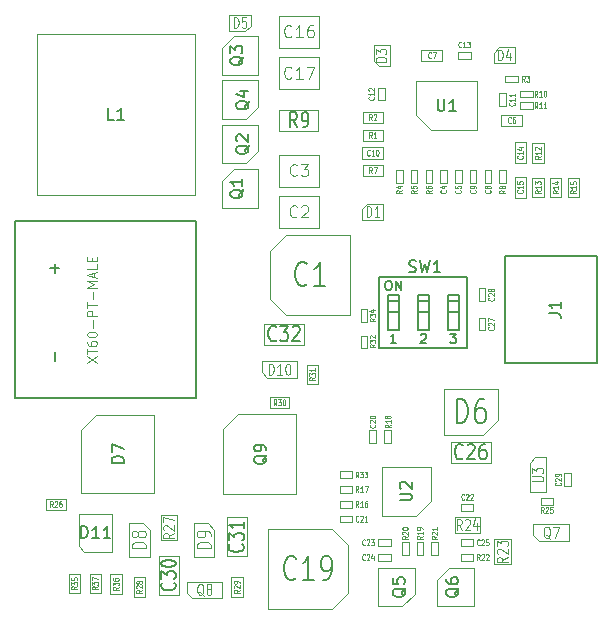
<source format=gbr>
G04 #@! TF.FileFunction,Other,Fab,Top*
%FSLAX46Y46*%
G04 Gerber Fmt 4.6, Leading zero omitted, Abs format (unit mm)*
G04 Created by KiCad (PCBNEW (2016-11-21 revision f7cc0a9)-makepkg) date 06/05/17 10:20:10*
%MOMM*%
%LPD*%
G01*
G04 APERTURE LIST*
%ADD10C,0.100000*%
%ADD11C,0.120000*%
%ADD12C,0.150000*%
%ADD13C,0.050000*%
%ADD14C,0.090000*%
%ADD15C,0.200000*%
%ADD16C,0.130000*%
G04 APERTURE END LIST*
D10*
D11*
X124950000Y-70600000D02*
X121550000Y-70600000D01*
X124950000Y-67900000D02*
X124950000Y-70600000D01*
X121550000Y-67900000D02*
X124950000Y-67900000D01*
X121550000Y-70600000D02*
X121550000Y-67900000D01*
X124950000Y-67100000D02*
X121550000Y-67100000D01*
X124950000Y-64400000D02*
X124950000Y-67100000D01*
X121550000Y-64400000D02*
X124950000Y-64400000D01*
X121550000Y-67100000D02*
X121550000Y-64400000D01*
X124950000Y-55350000D02*
X121550000Y-55350000D01*
X124950000Y-52650000D02*
X124950000Y-55350000D01*
X121550000Y-52650000D02*
X124950000Y-52650000D01*
X121550000Y-55350000D02*
X121550000Y-52650000D01*
X124950000Y-58850000D02*
X121550000Y-58850000D01*
X124950000Y-56150000D02*
X124950000Y-58850000D01*
X121550000Y-56150000D02*
X124950000Y-56150000D01*
X121550000Y-58850000D02*
X121550000Y-56150000D01*
X138330000Y-58170000D02*
X138330000Y-62330000D01*
X133170000Y-58170000D02*
X138330000Y-58170000D01*
X133170000Y-61060000D02*
X133170000Y-58170000D01*
X134440000Y-62330000D02*
X133170000Y-61060000D01*
X138330000Y-62330000D02*
X134440000Y-62330000D01*
X130255185Y-90831523D02*
X134415185Y-90831523D01*
X130255185Y-94991523D02*
X130255185Y-90831523D01*
X133145185Y-94991523D02*
X130255185Y-94991523D01*
X134415185Y-93721523D02*
X133145185Y-94991523D01*
X134415185Y-90831523D02*
X134415185Y-93721523D01*
D12*
X114500000Y-85000000D02*
X99250000Y-85000000D01*
X114500000Y-70000000D02*
X114500000Y-85000000D01*
X99250000Y-70000000D02*
X114500000Y-70000000D01*
X99250000Y-85000000D02*
X99250000Y-70000000D01*
D11*
X123007500Y-93120000D02*
X116787500Y-93120000D01*
X123007500Y-86380000D02*
X123007500Y-93120000D01*
X118057500Y-86380000D02*
X123007500Y-86380000D01*
X116787500Y-87650000D02*
X118057500Y-86380000D01*
X116787500Y-93120000D02*
X116787500Y-87650000D01*
X110970000Y-93050000D02*
X104770000Y-93050000D01*
X110970000Y-86450000D02*
X110970000Y-93050000D01*
X106040000Y-86450000D02*
X110970000Y-86450000D01*
X104770000Y-87720000D02*
X106040000Y-86450000D01*
X104770000Y-93050000D02*
X104770000Y-87720000D01*
D12*
X130000000Y-80750000D02*
X130000000Y-74750000D01*
X137500000Y-80750000D02*
X130000000Y-80750000D01*
X137500000Y-74750000D02*
X137500000Y-80750000D01*
X130000000Y-74750000D02*
X137500000Y-74750000D01*
X135830000Y-76750000D02*
X136830000Y-76750000D01*
X135830000Y-77750000D02*
X136830000Y-77750000D01*
X136830000Y-76250000D02*
X136830000Y-79250000D01*
X136830000Y-79250000D02*
X135830000Y-79250000D01*
X135830000Y-79250000D02*
X135830000Y-76250000D01*
X135830000Y-76250000D02*
X136830000Y-76250000D01*
X133290000Y-76750000D02*
X134290000Y-76750000D01*
X133290000Y-77750000D02*
X134290000Y-77750000D01*
X134290000Y-79250000D02*
X133290000Y-79250000D01*
X133290000Y-79250000D02*
X133290000Y-76250000D01*
X133290000Y-76250000D02*
X134290000Y-76250000D01*
X134290000Y-76250000D02*
X134290000Y-79250000D01*
X130750000Y-76250000D02*
X131750000Y-76250000D01*
X131750000Y-76250000D02*
X131750000Y-79250000D01*
X131750000Y-79250000D02*
X130750000Y-79250000D01*
X130750000Y-79250000D02*
X130750000Y-76250000D01*
X130750000Y-76750000D02*
X131750000Y-76750000D01*
X130750000Y-77750000D02*
X131750000Y-77750000D01*
X148450000Y-82000000D02*
X140700000Y-82000000D01*
X148450000Y-73000000D02*
X148450000Y-82000000D01*
X140700000Y-73000000D02*
X148450000Y-73000000D01*
X140700000Y-82000000D02*
X140700000Y-73000000D01*
D11*
X119800000Y-68880000D02*
X116700000Y-68880000D01*
X119800000Y-65620000D02*
X119800000Y-68880000D01*
X117733330Y-65620000D02*
X119800000Y-65620000D01*
X116700000Y-66653330D02*
X117733330Y-65620000D01*
X116700000Y-68880000D02*
X116700000Y-66653330D01*
X116700000Y-61870000D02*
X119800000Y-61870000D01*
X116700000Y-65130000D02*
X116700000Y-61870000D01*
X118766670Y-65130000D02*
X116700000Y-65130000D01*
X119800000Y-64096670D02*
X118766670Y-65130000D01*
X119800000Y-61870000D02*
X119800000Y-64096670D01*
X119800000Y-57630000D02*
X116700000Y-57630000D01*
X119800000Y-54370000D02*
X119800000Y-57630000D01*
X117733330Y-54370000D02*
X119800000Y-54370000D01*
X116700000Y-55403330D02*
X117733330Y-54370000D01*
X116700000Y-57630000D02*
X116700000Y-55403330D01*
X129950000Y-99370000D02*
X133050000Y-99370000D01*
X129950000Y-102630000D02*
X129950000Y-99370000D01*
X132016670Y-102630000D02*
X129950000Y-102630000D01*
X133050000Y-101596670D02*
X132016670Y-102630000D01*
X133050000Y-99370000D02*
X133050000Y-101596670D01*
X138050000Y-102630000D02*
X134950000Y-102630000D01*
X138050000Y-99370000D02*
X138050000Y-102630000D01*
X135983330Y-99370000D02*
X138050000Y-99370000D01*
X134950000Y-100403330D02*
X135983330Y-99370000D01*
X134950000Y-102630000D02*
X134950000Y-100403330D01*
X116700000Y-58120000D02*
X119800000Y-58120000D01*
X116700000Y-61380000D02*
X116700000Y-58120000D01*
X118766670Y-61380000D02*
X116700000Y-61380000D01*
X119800000Y-60346670D02*
X118766670Y-61380000D01*
X119800000Y-58120000D02*
X119800000Y-60346670D01*
X101050000Y-67850000D02*
X101050000Y-54150000D01*
X114450000Y-67850000D02*
X101050000Y-67850000D01*
X114450000Y-54150000D02*
X114450000Y-67850000D01*
X101050000Y-54150000D02*
X114450000Y-54150000D01*
X104600000Y-97550000D02*
X105050000Y-98000000D01*
X107400000Y-98000000D02*
X105050000Y-98000000D01*
X107400000Y-94800000D02*
X107400000Y-98000000D01*
X104600000Y-94800000D02*
X107400000Y-94800000D01*
X104600000Y-97550000D02*
X104600000Y-94800000D01*
X139030000Y-75720000D02*
X139030000Y-76780000D01*
X138470000Y-75720000D02*
X139030000Y-75720000D01*
X138470000Y-76780000D02*
X138470000Y-75720000D01*
X139030000Y-76780000D02*
X138470000Y-76780000D01*
X117350000Y-52570000D02*
X119150000Y-52570000D01*
X117350000Y-53930000D02*
X117350000Y-52570000D01*
X118696700Y-53930000D02*
X117350000Y-53930000D01*
X119150000Y-53476700D02*
X118696700Y-53930000D01*
X119150000Y-52570000D02*
X119150000Y-53476700D01*
X130400000Y-69930000D02*
X128600000Y-69930000D01*
X130400000Y-68570000D02*
X130400000Y-69930000D01*
X129053300Y-68570000D02*
X130400000Y-68570000D01*
X128600000Y-69023300D02*
X129053300Y-68570000D01*
X128600000Y-69930000D02*
X128600000Y-69023300D01*
X130930000Y-55100000D02*
X130930000Y-56900000D01*
X129570000Y-55100000D02*
X130930000Y-55100000D01*
X129570000Y-56446700D02*
X129570000Y-55100000D01*
X130023300Y-56900000D02*
X129570000Y-56446700D01*
X130930000Y-56900000D02*
X130023300Y-56900000D01*
X141530000Y-56680000D02*
X139730000Y-56680000D01*
X141530000Y-55320000D02*
X141530000Y-56680000D01*
X140183300Y-55320000D02*
X141530000Y-55320000D01*
X139730000Y-55773300D02*
X140183300Y-55320000D01*
X139730000Y-56680000D02*
X139730000Y-55773300D01*
X123100000Y-83300000D02*
X120566700Y-83300000D01*
X120566700Y-83300000D02*
X120100000Y-82833300D01*
X120100000Y-82833300D02*
X120100000Y-81900000D01*
X120100000Y-81900000D02*
X123100000Y-81900000D01*
X123100000Y-81900000D02*
X123100000Y-83300000D01*
X116750000Y-100550000D02*
X116750000Y-101950000D01*
X113750000Y-100550000D02*
X116750000Y-100550000D01*
X113750000Y-101483300D02*
X113750000Y-100550000D01*
X114216700Y-101950000D02*
X113750000Y-101483300D01*
X116750000Y-101950000D02*
X114216700Y-101950000D01*
X135510000Y-84230000D02*
X140090000Y-84230000D01*
X135510000Y-88170000D02*
X135510000Y-84230000D01*
X138820000Y-88170000D02*
X135510000Y-88170000D01*
X140090000Y-86900000D02*
X138820000Y-88170000D01*
X140090000Y-84230000D02*
X140090000Y-86900000D01*
X108900000Y-98430000D02*
X108900000Y-95570000D01*
X110600000Y-98430000D02*
X108900000Y-98430000D01*
X110600000Y-96136700D02*
X110600000Y-98430000D01*
X110033300Y-95570000D02*
X110600000Y-96136700D01*
X108900000Y-95570000D02*
X110033300Y-95570000D01*
X114400000Y-98430000D02*
X114400000Y-95570000D01*
X116100000Y-98430000D02*
X114400000Y-98430000D01*
X116100000Y-96136700D02*
X116100000Y-98430000D01*
X115533300Y-95570000D02*
X116100000Y-96136700D01*
X114400000Y-95570000D02*
X115533300Y-95570000D01*
X139800000Y-99050000D02*
X139800000Y-96950000D01*
X141200000Y-99050000D02*
X139800000Y-99050000D01*
X141200000Y-96950000D02*
X141200000Y-99050000D01*
X139800000Y-96950000D02*
X141200000Y-96950000D01*
X136450000Y-95050000D02*
X138550000Y-95050000D01*
X136450000Y-96450000D02*
X136450000Y-95050000D01*
X138550000Y-96450000D02*
X136450000Y-96450000D01*
X138550000Y-95050000D02*
X138550000Y-96450000D01*
X111550000Y-97050000D02*
X111550000Y-94950000D01*
X112950000Y-97050000D02*
X111550000Y-97050000D01*
X112950000Y-94950000D02*
X112950000Y-97050000D01*
X111550000Y-94950000D02*
X112950000Y-94950000D01*
X121600000Y-60620000D02*
X124900000Y-60620000D01*
X121600000Y-62380000D02*
X121600000Y-60620000D01*
X124900000Y-62380000D02*
X121600000Y-62380000D01*
X124900000Y-60620000D02*
X124900000Y-62380000D01*
X111370000Y-101650000D02*
X111370000Y-98350000D01*
X113130000Y-101650000D02*
X111370000Y-101650000D01*
X113130000Y-98350000D02*
X113130000Y-101650000D01*
X111370000Y-98350000D02*
X113130000Y-98350000D01*
X117120000Y-98400000D02*
X117120000Y-95100000D01*
X118880000Y-98400000D02*
X117120000Y-98400000D01*
X118880000Y-95100000D02*
X118880000Y-98400000D01*
X117120000Y-95100000D02*
X118880000Y-95100000D01*
X130330000Y-63230000D02*
X128670000Y-63230000D01*
X130330000Y-62270000D02*
X130330000Y-63230000D01*
X128670000Y-62270000D02*
X130330000Y-62270000D01*
X128670000Y-63230000D02*
X128670000Y-62270000D01*
X128670000Y-60770000D02*
X130330000Y-60770000D01*
X128670000Y-61730000D02*
X128670000Y-60770000D01*
X130330000Y-61730000D02*
X128670000Y-61730000D01*
X130330000Y-60770000D02*
X130330000Y-61730000D01*
X130330000Y-66230000D02*
X128670000Y-66230000D01*
X130330000Y-65270000D02*
X130330000Y-66230000D01*
X128670000Y-65270000D02*
X130330000Y-65270000D01*
X128670000Y-66230000D02*
X128670000Y-65270000D01*
X143020000Y-65080000D02*
X143020000Y-63420000D01*
X143980000Y-65080000D02*
X143020000Y-65080000D01*
X143980000Y-63420000D02*
X143980000Y-65080000D01*
X143020000Y-63420000D02*
X143980000Y-63420000D01*
X143020000Y-68005000D02*
X143020000Y-66345000D01*
X143980000Y-68005000D02*
X143020000Y-68005000D01*
X143980000Y-66345000D02*
X143980000Y-68005000D01*
X143020000Y-66345000D02*
X143980000Y-66345000D01*
X144520000Y-68005000D02*
X144520000Y-66345000D01*
X145480000Y-68005000D02*
X144520000Y-68005000D01*
X145480000Y-66345000D02*
X145480000Y-68005000D01*
X144520000Y-66345000D02*
X145480000Y-66345000D01*
X146020000Y-68005000D02*
X146020000Y-66345000D01*
X146980000Y-68005000D02*
X146020000Y-68005000D01*
X146980000Y-66345000D02*
X146980000Y-68005000D01*
X146020000Y-66345000D02*
X146980000Y-66345000D01*
X101845000Y-93520000D02*
X103505000Y-93520000D01*
X101845000Y-94480000D02*
X101845000Y-93520000D01*
X103505000Y-94480000D02*
X101845000Y-94480000D01*
X103505000Y-93520000D02*
X103505000Y-94480000D01*
X109270000Y-101830000D02*
X109270000Y-100170000D01*
X110230000Y-101830000D02*
X109270000Y-101830000D01*
X110230000Y-100170000D02*
X110230000Y-101830000D01*
X109270000Y-100170000D02*
X110230000Y-100170000D01*
X117520000Y-101830000D02*
X117520000Y-100170000D01*
X118480000Y-101830000D02*
X117520000Y-101830000D01*
X118480000Y-100170000D02*
X118480000Y-101830000D01*
X117520000Y-100170000D02*
X118480000Y-100170000D01*
X123920000Y-82170000D02*
X124880000Y-82170000D01*
X124880000Y-82170000D02*
X124880000Y-83830000D01*
X124880000Y-83830000D02*
X123920000Y-83830000D01*
X123920000Y-83830000D02*
X123920000Y-82170000D01*
X122430000Y-85880000D02*
X120770000Y-85880000D01*
X122430000Y-84920000D02*
X122430000Y-85880000D01*
X120770000Y-84920000D02*
X122430000Y-84920000D01*
X120770000Y-85880000D02*
X120770000Y-84920000D01*
X127780000Y-94280000D02*
X126720000Y-94280000D01*
X127780000Y-93720000D02*
X127780000Y-94280000D01*
X126720000Y-93720000D02*
X127780000Y-93720000D01*
X126720000Y-94280000D02*
X126720000Y-93720000D01*
X127780000Y-92470000D02*
X127780000Y-93030000D01*
X127780000Y-93030000D02*
X126720000Y-93030000D01*
X126720000Y-93030000D02*
X126720000Y-92470000D01*
X126720000Y-92470000D02*
X127780000Y-92470000D01*
X130470000Y-87720000D02*
X131030000Y-87720000D01*
X131030000Y-87720000D02*
X131030000Y-88780000D01*
X131030000Y-88780000D02*
X130470000Y-88780000D01*
X130470000Y-88780000D02*
X130470000Y-87720000D01*
X133780000Y-97220000D02*
X133780000Y-98280000D01*
X133220000Y-97220000D02*
X133780000Y-97220000D01*
X133220000Y-98280000D02*
X133220000Y-97220000D01*
X133780000Y-98280000D02*
X133220000Y-98280000D01*
X131970000Y-98280000D02*
X131970000Y-97220000D01*
X132530000Y-98280000D02*
X131970000Y-98280000D01*
X132530000Y-97220000D02*
X132530000Y-98280000D01*
X131970000Y-97220000D02*
X132530000Y-97220000D01*
X135030000Y-97220000D02*
X135030000Y-98280000D01*
X134470000Y-97220000D02*
X135030000Y-97220000D01*
X134470000Y-98280000D02*
X134470000Y-97220000D01*
X135030000Y-98280000D02*
X134470000Y-98280000D01*
X141780000Y-58280000D02*
X140720000Y-58280000D01*
X141780000Y-57720000D02*
X141780000Y-58280000D01*
X140720000Y-57720000D02*
X141780000Y-57720000D01*
X140720000Y-58280000D02*
X140720000Y-57720000D01*
X141970000Y-58970000D02*
X143030000Y-58970000D01*
X141970000Y-59530000D02*
X141970000Y-58970000D01*
X143030000Y-59530000D02*
X141970000Y-59530000D01*
X143030000Y-58970000D02*
X143030000Y-59530000D01*
X141970000Y-59970000D02*
X143030000Y-59970000D01*
X141970000Y-60530000D02*
X141970000Y-59970000D01*
X143030000Y-60530000D02*
X141970000Y-60530000D01*
X143030000Y-59970000D02*
X143030000Y-60530000D01*
X136970000Y-98220000D02*
X138030000Y-98220000D01*
X136970000Y-98780000D02*
X136970000Y-98220000D01*
X138030000Y-98780000D02*
X136970000Y-98780000D01*
X138030000Y-98220000D02*
X138030000Y-98780000D01*
X131470000Y-66780000D02*
X131470000Y-65720000D01*
X132030000Y-66780000D02*
X131470000Y-66780000D01*
X132030000Y-65720000D02*
X132030000Y-66780000D01*
X131470000Y-65720000D02*
X132030000Y-65720000D01*
X132720000Y-66780000D02*
X132720000Y-65720000D01*
X133280000Y-66780000D02*
X132720000Y-66780000D01*
X133280000Y-65720000D02*
X133280000Y-66780000D01*
X132720000Y-65720000D02*
X133280000Y-65720000D01*
X133970000Y-66780000D02*
X133970000Y-65720000D01*
X134530000Y-66780000D02*
X133970000Y-66780000D01*
X134530000Y-65720000D02*
X134530000Y-66780000D01*
X133970000Y-65720000D02*
X134530000Y-65720000D01*
X140780000Y-65720000D02*
X140780000Y-66780000D01*
X140220000Y-65720000D02*
X140780000Y-65720000D01*
X140220000Y-66780000D02*
X140220000Y-65720000D01*
X140780000Y-66780000D02*
X140220000Y-66780000D01*
X143720000Y-93470000D02*
X144780000Y-93470000D01*
X143720000Y-94030000D02*
X143720000Y-93470000D01*
X144780000Y-94030000D02*
X143720000Y-94030000D01*
X144780000Y-93470000D02*
X144780000Y-94030000D01*
X123700000Y-78700000D02*
X123700000Y-80500000D01*
X123700000Y-80500000D02*
X120300000Y-80500000D01*
X120300000Y-80500000D02*
X120300000Y-78700000D01*
X120300000Y-78700000D02*
X123700000Y-78700000D01*
X142130000Y-61980000D02*
X140370000Y-61980000D01*
X142130000Y-61020000D02*
X142130000Y-61980000D01*
X140370000Y-61020000D02*
X142130000Y-61020000D01*
X140370000Y-61980000D02*
X140370000Y-61020000D01*
X135380000Y-56480000D02*
X133620000Y-56480000D01*
X135380000Y-55520000D02*
X135380000Y-56480000D01*
X133620000Y-55520000D02*
X135380000Y-55520000D01*
X133620000Y-56480000D02*
X133620000Y-55520000D01*
X130380000Y-64730000D02*
X128620000Y-64730000D01*
X130380000Y-63770000D02*
X130380000Y-64730000D01*
X128620000Y-63770000D02*
X130380000Y-63770000D01*
X128620000Y-64730000D02*
X128620000Y-63770000D01*
X141520000Y-65130000D02*
X141520000Y-63370000D01*
X142480000Y-65130000D02*
X141520000Y-65130000D01*
X142480000Y-63370000D02*
X142480000Y-65130000D01*
X141520000Y-63370000D02*
X142480000Y-63370000D01*
X141520000Y-68035000D02*
X141520000Y-66275000D01*
X142480000Y-68035000D02*
X141520000Y-68035000D01*
X142480000Y-66275000D02*
X142480000Y-68035000D01*
X141520000Y-66275000D02*
X142480000Y-66275000D01*
X140220000Y-60280000D02*
X140220000Y-59220000D01*
X140780000Y-60280000D02*
X140220000Y-60280000D01*
X140780000Y-59220000D02*
X140780000Y-60280000D01*
X140220000Y-59220000D02*
X140780000Y-59220000D01*
X126720000Y-94970000D02*
X127780000Y-94970000D01*
X126720000Y-95530000D02*
X126720000Y-94970000D01*
X127780000Y-95530000D02*
X126720000Y-95530000D01*
X127780000Y-94970000D02*
X127780000Y-95530000D01*
X136970000Y-94530000D02*
X136970000Y-93970000D01*
X136970000Y-93970000D02*
X138030000Y-93970000D01*
X138030000Y-93970000D02*
X138030000Y-94530000D01*
X138030000Y-94530000D02*
X136970000Y-94530000D01*
X129970000Y-96970000D02*
X131030000Y-96970000D01*
X129970000Y-97530000D02*
X129970000Y-96970000D01*
X131030000Y-97530000D02*
X129970000Y-97530000D01*
X131030000Y-96970000D02*
X131030000Y-97530000D01*
X129970000Y-98220000D02*
X131030000Y-98220000D01*
X129970000Y-98780000D02*
X129970000Y-98220000D01*
X131030000Y-98780000D02*
X129970000Y-98780000D01*
X131030000Y-98220000D02*
X131030000Y-98780000D01*
X135220000Y-66780000D02*
X135220000Y-65720000D01*
X135780000Y-66780000D02*
X135220000Y-66780000D01*
X135780000Y-65720000D02*
X135780000Y-66780000D01*
X135220000Y-65720000D02*
X135780000Y-65720000D01*
X136470000Y-66780000D02*
X136470000Y-65720000D01*
X137030000Y-66780000D02*
X136470000Y-66780000D01*
X137030000Y-65720000D02*
X137030000Y-66780000D01*
X136470000Y-65720000D02*
X137030000Y-65720000D01*
X129970000Y-59780000D02*
X129970000Y-58720000D01*
X130530000Y-59780000D02*
X129970000Y-59780000D01*
X130530000Y-58720000D02*
X130530000Y-59780000D01*
X129970000Y-58720000D02*
X130530000Y-58720000D01*
X137780000Y-56280000D02*
X136720000Y-56280000D01*
X137780000Y-55720000D02*
X137780000Y-56280000D01*
X136720000Y-55720000D02*
X137780000Y-55720000D01*
X136720000Y-56280000D02*
X136720000Y-55720000D01*
X145720000Y-92435000D02*
X145720000Y-91375000D01*
X146280000Y-92435000D02*
X145720000Y-92435000D01*
X146280000Y-91375000D02*
X146280000Y-92435000D01*
X145720000Y-91375000D02*
X146280000Y-91375000D01*
X139530000Y-65720000D02*
X139530000Y-66780000D01*
X138970000Y-65720000D02*
X139530000Y-65720000D01*
X138970000Y-66780000D02*
X138970000Y-65720000D01*
X139530000Y-66780000D02*
X138970000Y-66780000D01*
X137720000Y-66780000D02*
X137720000Y-65720000D01*
X138280000Y-66780000D02*
X137720000Y-66780000D01*
X138280000Y-65720000D02*
X138280000Y-66780000D01*
X137720000Y-65720000D02*
X138280000Y-65720000D01*
X129780000Y-87720000D02*
X129780000Y-88780000D01*
X129220000Y-87720000D02*
X129780000Y-87720000D01*
X129220000Y-88780000D02*
X129220000Y-87720000D01*
X129780000Y-88780000D02*
X129220000Y-88780000D01*
X138470000Y-79280000D02*
X138470000Y-78220000D01*
X139030000Y-79280000D02*
X138470000Y-79280000D01*
X139030000Y-78220000D02*
X139030000Y-79280000D01*
X138470000Y-78220000D02*
X139030000Y-78220000D01*
X138030000Y-97530000D02*
X136970000Y-97530000D01*
X138030000Y-96970000D02*
X138030000Y-97530000D01*
X136970000Y-96970000D02*
X138030000Y-96970000D01*
X136970000Y-97530000D02*
X136970000Y-96970000D01*
X122160000Y-71200000D02*
X127600000Y-71200000D01*
X120800000Y-72560000D02*
X122160000Y-71200000D01*
X120800000Y-76640000D02*
X120800000Y-72560000D01*
X122160000Y-78000000D02*
X120800000Y-76640000D01*
X127600000Y-78000000D02*
X122160000Y-78000000D01*
X127600000Y-71200000D02*
X127600000Y-78000000D01*
X126040000Y-102900000D02*
X120600000Y-102900000D01*
X127400000Y-101540000D02*
X126040000Y-102900000D01*
X127400000Y-97460000D02*
X127400000Y-101540000D01*
X126040000Y-96100000D02*
X127400000Y-97460000D01*
X120600000Y-96100000D02*
X126040000Y-96100000D01*
X120600000Y-102900000D02*
X120600000Y-96100000D01*
X142800000Y-93000000D02*
X142800000Y-90466700D01*
X142800000Y-90466700D02*
X143266700Y-90000000D01*
X143266700Y-90000000D02*
X144200000Y-90000000D01*
X144200000Y-90000000D02*
X144200000Y-93000000D01*
X144200000Y-93000000D02*
X142800000Y-93000000D01*
X129030000Y-80780000D02*
X128470000Y-80780000D01*
X128470000Y-80780000D02*
X128470000Y-79720000D01*
X128470000Y-79720000D02*
X129030000Y-79720000D01*
X129030000Y-79720000D02*
X129030000Y-80780000D01*
X127780000Y-91780000D02*
X126720000Y-91780000D01*
X127780000Y-91220000D02*
X127780000Y-91780000D01*
X126720000Y-91220000D02*
X127780000Y-91220000D01*
X126720000Y-91780000D02*
X126720000Y-91220000D01*
X128470000Y-77470000D02*
X129030000Y-77470000D01*
X129030000Y-77470000D02*
X129030000Y-78530000D01*
X129030000Y-78530000D02*
X128470000Y-78530000D01*
X128470000Y-78530000D02*
X128470000Y-77470000D01*
X139500000Y-88700000D02*
X139500000Y-90500000D01*
X139500000Y-90500000D02*
X136100000Y-90500000D01*
X136100000Y-90500000D02*
X136100000Y-88700000D01*
X136100000Y-88700000D02*
X139500000Y-88700000D01*
X146100000Y-97100000D02*
X143566700Y-97100000D01*
X143566700Y-97100000D02*
X143100000Y-96633300D01*
X143100000Y-96633300D02*
X143100000Y-95700000D01*
X143100000Y-95700000D02*
X146100000Y-95700000D01*
X146100000Y-95700000D02*
X146100000Y-97100000D01*
X103770000Y-101530000D02*
X103770000Y-99870000D01*
X104730000Y-101530000D02*
X103770000Y-101530000D01*
X104730000Y-99870000D02*
X104730000Y-101530000D01*
X103770000Y-99870000D02*
X104730000Y-99870000D01*
X107270000Y-99920000D02*
X108230000Y-99920000D01*
X108230000Y-99920000D02*
X108230000Y-101580000D01*
X108230000Y-101580000D02*
X107270000Y-101580000D01*
X107270000Y-101580000D02*
X107270000Y-99920000D01*
X105520000Y-99870000D02*
X106480000Y-99870000D01*
X106480000Y-99870000D02*
X106480000Y-101530000D01*
X106480000Y-101530000D02*
X105520000Y-101530000D01*
X105520000Y-101530000D02*
X105520000Y-99870000D01*
X123083333Y-69607142D02*
X123035714Y-69654761D01*
X122892857Y-69702380D01*
X122797619Y-69702380D01*
X122654761Y-69654761D01*
X122559523Y-69559523D01*
X122511904Y-69464285D01*
X122464285Y-69273809D01*
X122464285Y-69130952D01*
X122511904Y-68940476D01*
X122559523Y-68845238D01*
X122654761Y-68750000D01*
X122797619Y-68702380D01*
X122892857Y-68702380D01*
X123035714Y-68750000D01*
X123083333Y-68797619D01*
X123464285Y-68797619D02*
X123511904Y-68750000D01*
X123607142Y-68702380D01*
X123845238Y-68702380D01*
X123940476Y-68750000D01*
X123988095Y-68797619D01*
X124035714Y-68892857D01*
X124035714Y-68988095D01*
X123988095Y-69130952D01*
X123416666Y-69702380D01*
X124035714Y-69702380D01*
X123083333Y-66107142D02*
X123035714Y-66154761D01*
X122892857Y-66202380D01*
X122797619Y-66202380D01*
X122654761Y-66154761D01*
X122559523Y-66059523D01*
X122511904Y-65964285D01*
X122464285Y-65773809D01*
X122464285Y-65630952D01*
X122511904Y-65440476D01*
X122559523Y-65345238D01*
X122654761Y-65250000D01*
X122797619Y-65202380D01*
X122892857Y-65202380D01*
X123035714Y-65250000D01*
X123083333Y-65297619D01*
X123416666Y-65202380D02*
X124035714Y-65202380D01*
X123702380Y-65583333D01*
X123845238Y-65583333D01*
X123940476Y-65630952D01*
X123988095Y-65678571D01*
X124035714Y-65773809D01*
X124035714Y-66011904D01*
X123988095Y-66107142D01*
X123940476Y-66154761D01*
X123845238Y-66202380D01*
X123559523Y-66202380D01*
X123464285Y-66154761D01*
X123416666Y-66107142D01*
X122607142Y-54357142D02*
X122559523Y-54404761D01*
X122416666Y-54452380D01*
X122321428Y-54452380D01*
X122178571Y-54404761D01*
X122083333Y-54309523D01*
X122035714Y-54214285D01*
X121988095Y-54023809D01*
X121988095Y-53880952D01*
X122035714Y-53690476D01*
X122083333Y-53595238D01*
X122178571Y-53500000D01*
X122321428Y-53452380D01*
X122416666Y-53452380D01*
X122559523Y-53500000D01*
X122607142Y-53547619D01*
X123559523Y-54452380D02*
X122988095Y-54452380D01*
X123273809Y-54452380D02*
X123273809Y-53452380D01*
X123178571Y-53595238D01*
X123083333Y-53690476D01*
X122988095Y-53738095D01*
X124416666Y-53452380D02*
X124226190Y-53452380D01*
X124130952Y-53500000D01*
X124083333Y-53547619D01*
X123988095Y-53690476D01*
X123940476Y-53880952D01*
X123940476Y-54261904D01*
X123988095Y-54357142D01*
X124035714Y-54404761D01*
X124130952Y-54452380D01*
X124321428Y-54452380D01*
X124416666Y-54404761D01*
X124464285Y-54357142D01*
X124511904Y-54261904D01*
X124511904Y-54023809D01*
X124464285Y-53928571D01*
X124416666Y-53880952D01*
X124321428Y-53833333D01*
X124130952Y-53833333D01*
X124035714Y-53880952D01*
X123988095Y-53928571D01*
X123940476Y-54023809D01*
X122607142Y-57857142D02*
X122559523Y-57904761D01*
X122416666Y-57952380D01*
X122321428Y-57952380D01*
X122178571Y-57904761D01*
X122083333Y-57809523D01*
X122035714Y-57714285D01*
X121988095Y-57523809D01*
X121988095Y-57380952D01*
X122035714Y-57190476D01*
X122083333Y-57095238D01*
X122178571Y-57000000D01*
X122321428Y-56952380D01*
X122416666Y-56952380D01*
X122559523Y-57000000D01*
X122607142Y-57047619D01*
X123559523Y-57952380D02*
X122988095Y-57952380D01*
X123273809Y-57952380D02*
X123273809Y-56952380D01*
X123178571Y-57095238D01*
X123083333Y-57190476D01*
X122988095Y-57238095D01*
X123892857Y-56952380D02*
X124559523Y-56952380D01*
X124130952Y-57952380D01*
D12*
X134988095Y-59702380D02*
X134988095Y-60511904D01*
X135035714Y-60607142D01*
X135083333Y-60654761D01*
X135178571Y-60702380D01*
X135369047Y-60702380D01*
X135464285Y-60654761D01*
X135511904Y-60607142D01*
X135559523Y-60511904D01*
X135559523Y-59702380D01*
X136559523Y-60702380D02*
X135988095Y-60702380D01*
X136273809Y-60702380D02*
X136273809Y-59702380D01*
X136178571Y-59845238D01*
X136083333Y-59940476D01*
X135988095Y-59988095D01*
X131787565Y-93673427D02*
X132597089Y-93673427D01*
X132692327Y-93625808D01*
X132739946Y-93578189D01*
X132787565Y-93482951D01*
X132787565Y-93292475D01*
X132739946Y-93197237D01*
X132692327Y-93149618D01*
X132597089Y-93101999D01*
X131787565Y-93101999D01*
X131882804Y-92673427D02*
X131835185Y-92625808D01*
X131787565Y-92530570D01*
X131787565Y-92292475D01*
X131835185Y-92197237D01*
X131882804Y-92149618D01*
X131978042Y-92101999D01*
X132073280Y-92101999D01*
X132216137Y-92149618D01*
X132787565Y-92721046D01*
X132787565Y-92101999D01*
D11*
X105311904Y-82014285D02*
X106111904Y-81480952D01*
X105311904Y-81480952D02*
X106111904Y-82014285D01*
X105311904Y-81290476D02*
X105311904Y-80833333D01*
X106111904Y-81061904D02*
X105311904Y-81061904D01*
X105311904Y-80223809D02*
X105311904Y-80376190D01*
X105350000Y-80452380D01*
X105388095Y-80490476D01*
X105502380Y-80566666D01*
X105654761Y-80604761D01*
X105959523Y-80604761D01*
X106035714Y-80566666D01*
X106073809Y-80528571D01*
X106111904Y-80452380D01*
X106111904Y-80300000D01*
X106073809Y-80223809D01*
X106035714Y-80185714D01*
X105959523Y-80147619D01*
X105769047Y-80147619D01*
X105692857Y-80185714D01*
X105654761Y-80223809D01*
X105616666Y-80300000D01*
X105616666Y-80452380D01*
X105654761Y-80528571D01*
X105692857Y-80566666D01*
X105769047Y-80604761D01*
X105311904Y-79652380D02*
X105311904Y-79576190D01*
X105350000Y-79500000D01*
X105388095Y-79461904D01*
X105464285Y-79423809D01*
X105616666Y-79385714D01*
X105807142Y-79385714D01*
X105959523Y-79423809D01*
X106035714Y-79461904D01*
X106073809Y-79500000D01*
X106111904Y-79576190D01*
X106111904Y-79652380D01*
X106073809Y-79728571D01*
X106035714Y-79766666D01*
X105959523Y-79804761D01*
X105807142Y-79842857D01*
X105616666Y-79842857D01*
X105464285Y-79804761D01*
X105388095Y-79766666D01*
X105350000Y-79728571D01*
X105311904Y-79652380D01*
X105807142Y-79042857D02*
X105807142Y-78433333D01*
X106111904Y-78052380D02*
X105311904Y-78052380D01*
X105311904Y-77747619D01*
X105350000Y-77671428D01*
X105388095Y-77633333D01*
X105464285Y-77595238D01*
X105578571Y-77595238D01*
X105654761Y-77633333D01*
X105692857Y-77671428D01*
X105730952Y-77747619D01*
X105730952Y-78052380D01*
X105311904Y-77366666D02*
X105311904Y-76909523D01*
X106111904Y-77138095D02*
X105311904Y-77138095D01*
X105807142Y-76642857D02*
X105807142Y-76033333D01*
X106111904Y-75652380D02*
X105311904Y-75652380D01*
X105883333Y-75385714D01*
X105311904Y-75119047D01*
X106111904Y-75119047D01*
X105883333Y-74776190D02*
X105883333Y-74395238D01*
X106111904Y-74852380D02*
X105311904Y-74585714D01*
X106111904Y-74319047D01*
X106111904Y-73671428D02*
X106111904Y-74052380D01*
X105311904Y-74052380D01*
X105692857Y-73404761D02*
X105692857Y-73138095D01*
X106111904Y-73023809D02*
X106111904Y-73404761D01*
X105311904Y-73404761D01*
X105311904Y-73023809D01*
D12*
X102571428Y-74380952D02*
X102571428Y-73619047D01*
X102952380Y-74000000D02*
X102190476Y-74000000D01*
X102571428Y-81880952D02*
X102571428Y-81119047D01*
X120547619Y-89845238D02*
X120500000Y-89940476D01*
X120404761Y-90035714D01*
X120261904Y-90178571D01*
X120214285Y-90273809D01*
X120214285Y-90369047D01*
X120452380Y-90321428D02*
X120404761Y-90416666D01*
X120309523Y-90511904D01*
X120119047Y-90559523D01*
X119785714Y-90559523D01*
X119595238Y-90511904D01*
X119500000Y-90416666D01*
X119452380Y-90321428D01*
X119452380Y-90130952D01*
X119500000Y-90035714D01*
X119595238Y-89940476D01*
X119785714Y-89892857D01*
X120119047Y-89892857D01*
X120309523Y-89940476D01*
X120404761Y-90035714D01*
X120452380Y-90130952D01*
X120452380Y-90321428D01*
X120452380Y-89416666D02*
X120452380Y-89226190D01*
X120404761Y-89130952D01*
X120357142Y-89083333D01*
X120214285Y-88988095D01*
X120023809Y-88940476D01*
X119642857Y-88940476D01*
X119547619Y-88988095D01*
X119500000Y-89035714D01*
X119452380Y-89130952D01*
X119452380Y-89321428D01*
X119500000Y-89416666D01*
X119547619Y-89464285D01*
X119642857Y-89511904D01*
X119880952Y-89511904D01*
X119976190Y-89464285D01*
X120023809Y-89416666D01*
X120071428Y-89321428D01*
X120071428Y-89130952D01*
X120023809Y-89035714D01*
X119976190Y-88988095D01*
X119880952Y-88940476D01*
X108402380Y-90488095D02*
X107402380Y-90488095D01*
X107402380Y-90250000D01*
X107450000Y-90107142D01*
X107545238Y-90011904D01*
X107640476Y-89964285D01*
X107830952Y-89916666D01*
X107973809Y-89916666D01*
X108164285Y-89964285D01*
X108259523Y-90011904D01*
X108354761Y-90107142D01*
X108402380Y-90250000D01*
X108402380Y-90488095D01*
X107402380Y-89583333D02*
X107402380Y-88916666D01*
X108402380Y-89345238D01*
X132566666Y-74304761D02*
X132709523Y-74352380D01*
X132947619Y-74352380D01*
X133042857Y-74304761D01*
X133090476Y-74257142D01*
X133138095Y-74161904D01*
X133138095Y-74066666D01*
X133090476Y-73971428D01*
X133042857Y-73923809D01*
X132947619Y-73876190D01*
X132757142Y-73828571D01*
X132661904Y-73780952D01*
X132614285Y-73733333D01*
X132566666Y-73638095D01*
X132566666Y-73542857D01*
X132614285Y-73447619D01*
X132661904Y-73400000D01*
X132757142Y-73352380D01*
X132995238Y-73352380D01*
X133138095Y-73400000D01*
X133471428Y-73352380D02*
X133709523Y-74352380D01*
X133900000Y-73638095D01*
X134090476Y-74352380D01*
X134328571Y-73352380D01*
X135233333Y-74352380D02*
X134661904Y-74352380D01*
X134947619Y-74352380D02*
X134947619Y-73352380D01*
X134852380Y-73495238D01*
X134757142Y-73590476D01*
X134661904Y-73638095D01*
X136063333Y-79561904D02*
X136558571Y-79561904D01*
X136291904Y-79866666D01*
X136406190Y-79866666D01*
X136482380Y-79904761D01*
X136520476Y-79942857D01*
X136558571Y-80019047D01*
X136558571Y-80209523D01*
X136520476Y-80285714D01*
X136482380Y-80323809D01*
X136406190Y-80361904D01*
X136177619Y-80361904D01*
X136101428Y-80323809D01*
X136063333Y-80285714D01*
X133561428Y-79638095D02*
X133599523Y-79600000D01*
X133675714Y-79561904D01*
X133866190Y-79561904D01*
X133942380Y-79600000D01*
X133980476Y-79638095D01*
X134018571Y-79714285D01*
X134018571Y-79790476D01*
X133980476Y-79904761D01*
X133523333Y-80361904D01*
X134018571Y-80361904D01*
X130754761Y-75061904D02*
X130907142Y-75061904D01*
X130983333Y-75100000D01*
X131059523Y-75176190D01*
X131097619Y-75328571D01*
X131097619Y-75595238D01*
X131059523Y-75747619D01*
X130983333Y-75823809D01*
X130907142Y-75861904D01*
X130754761Y-75861904D01*
X130678571Y-75823809D01*
X130602380Y-75747619D01*
X130564285Y-75595238D01*
X130564285Y-75328571D01*
X130602380Y-75176190D01*
X130678571Y-75100000D01*
X130754761Y-75061904D01*
X131440476Y-75861904D02*
X131440476Y-75061904D01*
X131897619Y-75861904D01*
X131897619Y-75061904D01*
X131478571Y-80361904D02*
X131021428Y-80361904D01*
X131250000Y-80361904D02*
X131250000Y-79561904D01*
X131173809Y-79676190D01*
X131097619Y-79752380D01*
X131021428Y-79790476D01*
X144402380Y-77833333D02*
X145116666Y-77833333D01*
X145259523Y-77880952D01*
X145354761Y-77976190D01*
X145402380Y-78119047D01*
X145402380Y-78214285D01*
X145402380Y-76833333D02*
X145402380Y-77404761D01*
X145402380Y-77119047D02*
X144402380Y-77119047D01*
X144545238Y-77214285D01*
X144640476Y-77309523D01*
X144688095Y-77404761D01*
X118547619Y-67345238D02*
X118500000Y-67440476D01*
X118404761Y-67535714D01*
X118261904Y-67678571D01*
X118214285Y-67773809D01*
X118214285Y-67869047D01*
X118452380Y-67821428D02*
X118404761Y-67916666D01*
X118309523Y-68011904D01*
X118119047Y-68059523D01*
X117785714Y-68059523D01*
X117595238Y-68011904D01*
X117500000Y-67916666D01*
X117452380Y-67821428D01*
X117452380Y-67630952D01*
X117500000Y-67535714D01*
X117595238Y-67440476D01*
X117785714Y-67392857D01*
X118119047Y-67392857D01*
X118309523Y-67440476D01*
X118404761Y-67535714D01*
X118452380Y-67630952D01*
X118452380Y-67821428D01*
X118452380Y-66440476D02*
X118452380Y-67011904D01*
X118452380Y-66726190D02*
X117452380Y-66726190D01*
X117595238Y-66821428D01*
X117690476Y-66916666D01*
X117738095Y-67011904D01*
X119047619Y-63595238D02*
X119000000Y-63690476D01*
X118904761Y-63785714D01*
X118761904Y-63928571D01*
X118714285Y-64023809D01*
X118714285Y-64119047D01*
X118952380Y-64071428D02*
X118904761Y-64166666D01*
X118809523Y-64261904D01*
X118619047Y-64309523D01*
X118285714Y-64309523D01*
X118095238Y-64261904D01*
X118000000Y-64166666D01*
X117952380Y-64071428D01*
X117952380Y-63880952D01*
X118000000Y-63785714D01*
X118095238Y-63690476D01*
X118285714Y-63642857D01*
X118619047Y-63642857D01*
X118809523Y-63690476D01*
X118904761Y-63785714D01*
X118952380Y-63880952D01*
X118952380Y-64071428D01*
X118047619Y-63261904D02*
X118000000Y-63214285D01*
X117952380Y-63119047D01*
X117952380Y-62880952D01*
X118000000Y-62785714D01*
X118047619Y-62738095D01*
X118142857Y-62690476D01*
X118238095Y-62690476D01*
X118380952Y-62738095D01*
X118952380Y-63309523D01*
X118952380Y-62690476D01*
X118547619Y-56095238D02*
X118500000Y-56190476D01*
X118404761Y-56285714D01*
X118261904Y-56428571D01*
X118214285Y-56523809D01*
X118214285Y-56619047D01*
X118452380Y-56571428D02*
X118404761Y-56666666D01*
X118309523Y-56761904D01*
X118119047Y-56809523D01*
X117785714Y-56809523D01*
X117595238Y-56761904D01*
X117500000Y-56666666D01*
X117452380Y-56571428D01*
X117452380Y-56380952D01*
X117500000Y-56285714D01*
X117595238Y-56190476D01*
X117785714Y-56142857D01*
X118119047Y-56142857D01*
X118309523Y-56190476D01*
X118404761Y-56285714D01*
X118452380Y-56380952D01*
X118452380Y-56571428D01*
X117452380Y-55809523D02*
X117452380Y-55190476D01*
X117833333Y-55523809D01*
X117833333Y-55380952D01*
X117880952Y-55285714D01*
X117928571Y-55238095D01*
X118023809Y-55190476D01*
X118261904Y-55190476D01*
X118357142Y-55238095D01*
X118404761Y-55285714D01*
X118452380Y-55380952D01*
X118452380Y-55666666D01*
X118404761Y-55761904D01*
X118357142Y-55809523D01*
X132297619Y-101095238D02*
X132250000Y-101190476D01*
X132154761Y-101285714D01*
X132011904Y-101428571D01*
X131964285Y-101523809D01*
X131964285Y-101619047D01*
X132202380Y-101571428D02*
X132154761Y-101666666D01*
X132059523Y-101761904D01*
X131869047Y-101809523D01*
X131535714Y-101809523D01*
X131345238Y-101761904D01*
X131250000Y-101666666D01*
X131202380Y-101571428D01*
X131202380Y-101380952D01*
X131250000Y-101285714D01*
X131345238Y-101190476D01*
X131535714Y-101142857D01*
X131869047Y-101142857D01*
X132059523Y-101190476D01*
X132154761Y-101285714D01*
X132202380Y-101380952D01*
X132202380Y-101571428D01*
X131202380Y-100238095D02*
X131202380Y-100714285D01*
X131678571Y-100761904D01*
X131630952Y-100714285D01*
X131583333Y-100619047D01*
X131583333Y-100380952D01*
X131630952Y-100285714D01*
X131678571Y-100238095D01*
X131773809Y-100190476D01*
X132011904Y-100190476D01*
X132107142Y-100238095D01*
X132154761Y-100285714D01*
X132202380Y-100380952D01*
X132202380Y-100619047D01*
X132154761Y-100714285D01*
X132107142Y-100761904D01*
X136797619Y-101095238D02*
X136750000Y-101190476D01*
X136654761Y-101285714D01*
X136511904Y-101428571D01*
X136464285Y-101523809D01*
X136464285Y-101619047D01*
X136702380Y-101571428D02*
X136654761Y-101666666D01*
X136559523Y-101761904D01*
X136369047Y-101809523D01*
X136035714Y-101809523D01*
X135845238Y-101761904D01*
X135750000Y-101666666D01*
X135702380Y-101571428D01*
X135702380Y-101380952D01*
X135750000Y-101285714D01*
X135845238Y-101190476D01*
X136035714Y-101142857D01*
X136369047Y-101142857D01*
X136559523Y-101190476D01*
X136654761Y-101285714D01*
X136702380Y-101380952D01*
X136702380Y-101571428D01*
X135702380Y-100285714D02*
X135702380Y-100476190D01*
X135750000Y-100571428D01*
X135797619Y-100619047D01*
X135940476Y-100714285D01*
X136130952Y-100761904D01*
X136511904Y-100761904D01*
X136607142Y-100714285D01*
X136654761Y-100666666D01*
X136702380Y-100571428D01*
X136702380Y-100380952D01*
X136654761Y-100285714D01*
X136607142Y-100238095D01*
X136511904Y-100190476D01*
X136273809Y-100190476D01*
X136178571Y-100238095D01*
X136130952Y-100285714D01*
X136083333Y-100380952D01*
X136083333Y-100571428D01*
X136130952Y-100666666D01*
X136178571Y-100714285D01*
X136273809Y-100761904D01*
X119047619Y-59845238D02*
X119000000Y-59940476D01*
X118904761Y-60035714D01*
X118761904Y-60178571D01*
X118714285Y-60273809D01*
X118714285Y-60369047D01*
X118952380Y-60321428D02*
X118904761Y-60416666D01*
X118809523Y-60511904D01*
X118619047Y-60559523D01*
X118285714Y-60559523D01*
X118095238Y-60511904D01*
X118000000Y-60416666D01*
X117952380Y-60321428D01*
X117952380Y-60130952D01*
X118000000Y-60035714D01*
X118095238Y-59940476D01*
X118285714Y-59892857D01*
X118619047Y-59892857D01*
X118809523Y-59940476D01*
X118904761Y-60035714D01*
X118952380Y-60130952D01*
X118952380Y-60321428D01*
X118285714Y-59035714D02*
X118952380Y-59035714D01*
X117904761Y-59273809D02*
X118619047Y-59511904D01*
X118619047Y-58892857D01*
X107583333Y-61452380D02*
X107107142Y-61452380D01*
X107107142Y-60452380D01*
X108440476Y-61452380D02*
X107869047Y-61452380D01*
X108154761Y-61452380D02*
X108154761Y-60452380D01*
X108059523Y-60595238D01*
X107964285Y-60690476D01*
X107869047Y-60738095D01*
X104810714Y-96852380D02*
X104810714Y-95852380D01*
X105048809Y-95852380D01*
X105191666Y-95900000D01*
X105286904Y-95995238D01*
X105334523Y-96090476D01*
X105382142Y-96280952D01*
X105382142Y-96423809D01*
X105334523Y-96614285D01*
X105286904Y-96709523D01*
X105191666Y-96804761D01*
X105048809Y-96852380D01*
X104810714Y-96852380D01*
X106334523Y-96852380D02*
X105763095Y-96852380D01*
X106048809Y-96852380D02*
X106048809Y-95852380D01*
X105953571Y-95995238D01*
X105858333Y-96090476D01*
X105763095Y-96138095D01*
X107286904Y-96852380D02*
X106715476Y-96852380D01*
X107001190Y-96852380D02*
X107001190Y-95852380D01*
X106905952Y-95995238D01*
X106810714Y-96090476D01*
X106715476Y-96138095D01*
D13*
X139728571Y-76507142D02*
X139752380Y-76526190D01*
X139776190Y-76583333D01*
X139776190Y-76621428D01*
X139752380Y-76678571D01*
X139704761Y-76716666D01*
X139657142Y-76735714D01*
X139561904Y-76754761D01*
X139490476Y-76754761D01*
X139395238Y-76735714D01*
X139347619Y-76716666D01*
X139300000Y-76678571D01*
X139276190Y-76621428D01*
X139276190Y-76583333D01*
X139300000Y-76526190D01*
X139323809Y-76507142D01*
X139323809Y-76354761D02*
X139300000Y-76335714D01*
X139276190Y-76297619D01*
X139276190Y-76202380D01*
X139300000Y-76164285D01*
X139323809Y-76145238D01*
X139371428Y-76126190D01*
X139419047Y-76126190D01*
X139490476Y-76145238D01*
X139776190Y-76373809D01*
X139776190Y-76126190D01*
X139490476Y-75897619D02*
X139466666Y-75935714D01*
X139442857Y-75954761D01*
X139395238Y-75973809D01*
X139371428Y-75973809D01*
X139323809Y-75954761D01*
X139300000Y-75935714D01*
X139276190Y-75897619D01*
X139276190Y-75821428D01*
X139300000Y-75783333D01*
X139323809Y-75764285D01*
X139371428Y-75745238D01*
X139395238Y-75745238D01*
X139442857Y-75764285D01*
X139466666Y-75783333D01*
X139490476Y-75821428D01*
X139490476Y-75897619D01*
X139514285Y-75935714D01*
X139538095Y-75954761D01*
X139585714Y-75973809D01*
X139680952Y-75973809D01*
X139728571Y-75954761D01*
X139752380Y-75935714D01*
X139776190Y-75897619D01*
X139776190Y-75821428D01*
X139752380Y-75783333D01*
X139728571Y-75764285D01*
X139680952Y-75745238D01*
X139585714Y-75745238D01*
X139538095Y-75764285D01*
X139514285Y-75783333D01*
X139490476Y-75821428D01*
D14*
X117736285Y-53643571D02*
X117736285Y-52773571D01*
X117902000Y-52773571D01*
X118001428Y-52815000D01*
X118067714Y-52897857D01*
X118100857Y-52980714D01*
X118134000Y-53146428D01*
X118134000Y-53270714D01*
X118100857Y-53436428D01*
X118067714Y-53519285D01*
X118001428Y-53602142D01*
X117902000Y-53643571D01*
X117736285Y-53643571D01*
X118763714Y-52773571D02*
X118432285Y-52773571D01*
X118399142Y-53187857D01*
X118432285Y-53146428D01*
X118498571Y-53105000D01*
X118664285Y-53105000D01*
X118730571Y-53146428D01*
X118763714Y-53187857D01*
X118796857Y-53270714D01*
X118796857Y-53477857D01*
X118763714Y-53560714D01*
X118730571Y-53602142D01*
X118664285Y-53643571D01*
X118498571Y-53643571D01*
X118432285Y-53602142D01*
X118399142Y-53560714D01*
X128986285Y-69643571D02*
X128986285Y-68773571D01*
X129152000Y-68773571D01*
X129251428Y-68815000D01*
X129317714Y-68897857D01*
X129350857Y-68980714D01*
X129384000Y-69146428D01*
X129384000Y-69270714D01*
X129350857Y-69436428D01*
X129317714Y-69519285D01*
X129251428Y-69602142D01*
X129152000Y-69643571D01*
X128986285Y-69643571D01*
X130046857Y-69643571D02*
X129649142Y-69643571D01*
X129848000Y-69643571D02*
X129848000Y-68773571D01*
X129781714Y-68897857D01*
X129715428Y-68980714D01*
X129649142Y-69022142D01*
X130643571Y-56513714D02*
X129773571Y-56513714D01*
X129773571Y-56348000D01*
X129815000Y-56248571D01*
X129897857Y-56182285D01*
X129980714Y-56149142D01*
X130146428Y-56116000D01*
X130270714Y-56116000D01*
X130436428Y-56149142D01*
X130519285Y-56182285D01*
X130602142Y-56248571D01*
X130643571Y-56348000D01*
X130643571Y-56513714D01*
X129773571Y-55884000D02*
X129773571Y-55453142D01*
X130105000Y-55685142D01*
X130105000Y-55585714D01*
X130146428Y-55519428D01*
X130187857Y-55486285D01*
X130270714Y-55453142D01*
X130477857Y-55453142D01*
X130560714Y-55486285D01*
X130602142Y-55519428D01*
X130643571Y-55585714D01*
X130643571Y-55784571D01*
X130602142Y-55850857D01*
X130560714Y-55884000D01*
X140116285Y-56393571D02*
X140116285Y-55523571D01*
X140282000Y-55523571D01*
X140381428Y-55565000D01*
X140447714Y-55647857D01*
X140480857Y-55730714D01*
X140514000Y-55896428D01*
X140514000Y-56020714D01*
X140480857Y-56186428D01*
X140447714Y-56269285D01*
X140381428Y-56352142D01*
X140282000Y-56393571D01*
X140116285Y-56393571D01*
X141110571Y-55813571D02*
X141110571Y-56393571D01*
X140944857Y-55482142D02*
X140779142Y-56103571D01*
X141210000Y-56103571D01*
X120706285Y-83016190D02*
X120706285Y-82096190D01*
X120881523Y-82096190D01*
X120986666Y-82140000D01*
X121056761Y-82227619D01*
X121091809Y-82315238D01*
X121126857Y-82490476D01*
X121126857Y-82621904D01*
X121091809Y-82797142D01*
X121056761Y-82884761D01*
X120986666Y-82972380D01*
X120881523Y-83016190D01*
X120706285Y-83016190D01*
X121827809Y-83016190D02*
X121407238Y-83016190D01*
X121617523Y-83016190D02*
X121617523Y-82096190D01*
X121547428Y-82227619D01*
X121477333Y-82315238D01*
X121407238Y-82359047D01*
X122283428Y-82096190D02*
X122353523Y-82096190D01*
X122423619Y-82140000D01*
X122458666Y-82183809D01*
X122493714Y-82271428D01*
X122528761Y-82446666D01*
X122528761Y-82665714D01*
X122493714Y-82840952D01*
X122458666Y-82928571D01*
X122423619Y-82972380D01*
X122353523Y-83016190D01*
X122283428Y-83016190D01*
X122213333Y-82972380D01*
X122178285Y-82928571D01*
X122143238Y-82840952D01*
X122108190Y-82665714D01*
X122108190Y-82446666D01*
X122143238Y-82271428D01*
X122178285Y-82183809D01*
X122213333Y-82140000D01*
X122283428Y-82096190D01*
X115179904Y-101753809D02*
X115109809Y-101710000D01*
X115039714Y-101622380D01*
X114934571Y-101490952D01*
X114864476Y-101447142D01*
X114794380Y-101447142D01*
X114829428Y-101666190D02*
X114759333Y-101622380D01*
X114689238Y-101534761D01*
X114654190Y-101359523D01*
X114654190Y-101052857D01*
X114689238Y-100877619D01*
X114759333Y-100790000D01*
X114829428Y-100746190D01*
X114969619Y-100746190D01*
X115039714Y-100790000D01*
X115109809Y-100877619D01*
X115144857Y-101052857D01*
X115144857Y-101359523D01*
X115109809Y-101534761D01*
X115039714Y-101622380D01*
X114969619Y-101666190D01*
X114829428Y-101666190D01*
X115565428Y-101140476D02*
X115495333Y-101096666D01*
X115460285Y-101052857D01*
X115425238Y-100965238D01*
X115425238Y-100921428D01*
X115460285Y-100833809D01*
X115495333Y-100790000D01*
X115565428Y-100746190D01*
X115705619Y-100746190D01*
X115775714Y-100790000D01*
X115810761Y-100833809D01*
X115845809Y-100921428D01*
X115845809Y-100965238D01*
X115810761Y-101052857D01*
X115775714Y-101096666D01*
X115705619Y-101140476D01*
X115565428Y-101140476D01*
X115495333Y-101184285D01*
X115460285Y-101228095D01*
X115425238Y-101315714D01*
X115425238Y-101490952D01*
X115460285Y-101578571D01*
X115495333Y-101622380D01*
X115565428Y-101666190D01*
X115705619Y-101666190D01*
X115775714Y-101622380D01*
X115810761Y-101578571D01*
X115845809Y-101490952D01*
X115845809Y-101315714D01*
X115810761Y-101228095D01*
X115775714Y-101184285D01*
X115705619Y-101140476D01*
D15*
X136619047Y-87104761D02*
X136619047Y-85104761D01*
X137000000Y-85104761D01*
X137228571Y-85200000D01*
X137380952Y-85390476D01*
X137457142Y-85580952D01*
X137533333Y-85961904D01*
X137533333Y-86247619D01*
X137457142Y-86628571D01*
X137380952Y-86819047D01*
X137228571Y-87009523D01*
X137000000Y-87104761D01*
X136619047Y-87104761D01*
X138904761Y-85104761D02*
X138600000Y-85104761D01*
X138447619Y-85200000D01*
X138371428Y-85295238D01*
X138219047Y-85580952D01*
X138142857Y-85961904D01*
X138142857Y-86723809D01*
X138219047Y-86914285D01*
X138295238Y-87009523D01*
X138447619Y-87104761D01*
X138752380Y-87104761D01*
X138904761Y-87009523D01*
X138980952Y-86914285D01*
X139057142Y-86723809D01*
X139057142Y-86247619D01*
X138980952Y-86057142D01*
X138904761Y-85961904D01*
X138752380Y-85866666D01*
X138447619Y-85866666D01*
X138295238Y-85961904D01*
X138219047Y-86057142D01*
X138142857Y-86247619D01*
D11*
X110301904Y-97720380D02*
X109081904Y-97720380D01*
X109081904Y-97488000D01*
X109140000Y-97348571D01*
X109256190Y-97255619D01*
X109372380Y-97209142D01*
X109604761Y-97162666D01*
X109779047Y-97162666D01*
X110011428Y-97209142D01*
X110127619Y-97255619D01*
X110243809Y-97348571D01*
X110301904Y-97488000D01*
X110301904Y-97720380D01*
X109604761Y-96604952D02*
X109546666Y-96697904D01*
X109488571Y-96744380D01*
X109372380Y-96790857D01*
X109314285Y-96790857D01*
X109198095Y-96744380D01*
X109140000Y-96697904D01*
X109081904Y-96604952D01*
X109081904Y-96419047D01*
X109140000Y-96326095D01*
X109198095Y-96279619D01*
X109314285Y-96233142D01*
X109372380Y-96233142D01*
X109488571Y-96279619D01*
X109546666Y-96326095D01*
X109604761Y-96419047D01*
X109604761Y-96604952D01*
X109662857Y-96697904D01*
X109720952Y-96744380D01*
X109837142Y-96790857D01*
X110069523Y-96790857D01*
X110185714Y-96744380D01*
X110243809Y-96697904D01*
X110301904Y-96604952D01*
X110301904Y-96419047D01*
X110243809Y-96326095D01*
X110185714Y-96279619D01*
X110069523Y-96233142D01*
X109837142Y-96233142D01*
X109720952Y-96279619D01*
X109662857Y-96326095D01*
X109604761Y-96419047D01*
X115801904Y-97720380D02*
X114581904Y-97720380D01*
X114581904Y-97488000D01*
X114640000Y-97348571D01*
X114756190Y-97255619D01*
X114872380Y-97209142D01*
X115104761Y-97162666D01*
X115279047Y-97162666D01*
X115511428Y-97209142D01*
X115627619Y-97255619D01*
X115743809Y-97348571D01*
X115801904Y-97488000D01*
X115801904Y-97720380D01*
X115801904Y-96697904D02*
X115801904Y-96512000D01*
X115743809Y-96419047D01*
X115685714Y-96372571D01*
X115511428Y-96279619D01*
X115279047Y-96233142D01*
X114814285Y-96233142D01*
X114698095Y-96279619D01*
X114640000Y-96326095D01*
X114581904Y-96419047D01*
X114581904Y-96604952D01*
X114640000Y-96697904D01*
X114698095Y-96744380D01*
X114814285Y-96790857D01*
X115104761Y-96790857D01*
X115220952Y-96744380D01*
X115279047Y-96697904D01*
X115337142Y-96604952D01*
X115337142Y-96419047D01*
X115279047Y-96326095D01*
X115220952Y-96279619D01*
X115104761Y-96233142D01*
D14*
X140916190Y-98473142D02*
X140478095Y-98718476D01*
X140916190Y-98893714D02*
X139996190Y-98893714D01*
X139996190Y-98613333D01*
X140040000Y-98543238D01*
X140083809Y-98508190D01*
X140171428Y-98473142D01*
X140302857Y-98473142D01*
X140390476Y-98508190D01*
X140434285Y-98543238D01*
X140478095Y-98613333D01*
X140478095Y-98893714D01*
X140083809Y-98192761D02*
X140040000Y-98157714D01*
X139996190Y-98087619D01*
X139996190Y-97912380D01*
X140040000Y-97842285D01*
X140083809Y-97807238D01*
X140171428Y-97772190D01*
X140259047Y-97772190D01*
X140390476Y-97807238D01*
X140916190Y-98227809D01*
X140916190Y-97772190D01*
X139996190Y-97526857D02*
X139996190Y-97071238D01*
X140346666Y-97316571D01*
X140346666Y-97211428D01*
X140390476Y-97141333D01*
X140434285Y-97106285D01*
X140521904Y-97071238D01*
X140740952Y-97071238D01*
X140828571Y-97106285D01*
X140872380Y-97141333D01*
X140916190Y-97211428D01*
X140916190Y-97421714D01*
X140872380Y-97491809D01*
X140828571Y-97526857D01*
X137026857Y-96166190D02*
X136781523Y-95728095D01*
X136606285Y-96166190D02*
X136606285Y-95246190D01*
X136886666Y-95246190D01*
X136956761Y-95290000D01*
X136991809Y-95333809D01*
X137026857Y-95421428D01*
X137026857Y-95552857D01*
X136991809Y-95640476D01*
X136956761Y-95684285D01*
X136886666Y-95728095D01*
X136606285Y-95728095D01*
X137307238Y-95333809D02*
X137342285Y-95290000D01*
X137412380Y-95246190D01*
X137587619Y-95246190D01*
X137657714Y-95290000D01*
X137692761Y-95333809D01*
X137727809Y-95421428D01*
X137727809Y-95509047D01*
X137692761Y-95640476D01*
X137272190Y-96166190D01*
X137727809Y-96166190D01*
X138358666Y-95552857D02*
X138358666Y-96166190D01*
X138183428Y-95202380D02*
X138008190Y-95859523D01*
X138463809Y-95859523D01*
X112666190Y-96473142D02*
X112228095Y-96718476D01*
X112666190Y-96893714D02*
X111746190Y-96893714D01*
X111746190Y-96613333D01*
X111790000Y-96543238D01*
X111833809Y-96508190D01*
X111921428Y-96473142D01*
X112052857Y-96473142D01*
X112140476Y-96508190D01*
X112184285Y-96543238D01*
X112228095Y-96613333D01*
X112228095Y-96893714D01*
X111833809Y-96192761D02*
X111790000Y-96157714D01*
X111746190Y-96087619D01*
X111746190Y-95912380D01*
X111790000Y-95842285D01*
X111833809Y-95807238D01*
X111921428Y-95772190D01*
X112009047Y-95772190D01*
X112140476Y-95807238D01*
X112666190Y-96227809D01*
X112666190Y-95772190D01*
X111746190Y-95526857D02*
X111746190Y-95036190D01*
X112666190Y-95351619D01*
D16*
X123080666Y-62074523D02*
X122742000Y-61469761D01*
X122500095Y-62074523D02*
X122500095Y-60804523D01*
X122887142Y-60804523D01*
X122983904Y-60865000D01*
X123032285Y-60925476D01*
X123080666Y-61046428D01*
X123080666Y-61227857D01*
X123032285Y-61348809D01*
X122983904Y-61409285D01*
X122887142Y-61469761D01*
X122500095Y-61469761D01*
X123564476Y-62074523D02*
X123758000Y-62074523D01*
X123854761Y-62014047D01*
X123903142Y-61953571D01*
X123999904Y-61772142D01*
X124048285Y-61530238D01*
X124048285Y-61046428D01*
X123999904Y-60925476D01*
X123951523Y-60865000D01*
X123854761Y-60804523D01*
X123661238Y-60804523D01*
X123564476Y-60865000D01*
X123516095Y-60925476D01*
X123467714Y-61046428D01*
X123467714Y-61348809D01*
X123516095Y-61469761D01*
X123564476Y-61530238D01*
X123661238Y-61590714D01*
X123854761Y-61590714D01*
X123951523Y-61530238D01*
X123999904Y-61469761D01*
X124048285Y-61348809D01*
X112703571Y-100653142D02*
X112764047Y-100701523D01*
X112824523Y-100846666D01*
X112824523Y-100943428D01*
X112764047Y-101088571D01*
X112643095Y-101185333D01*
X112522142Y-101233714D01*
X112280238Y-101282095D01*
X112098809Y-101282095D01*
X111856904Y-101233714D01*
X111735952Y-101185333D01*
X111615000Y-101088571D01*
X111554523Y-100943428D01*
X111554523Y-100846666D01*
X111615000Y-100701523D01*
X111675476Y-100653142D01*
X111554523Y-100314476D02*
X111554523Y-99685523D01*
X112038333Y-100024190D01*
X112038333Y-99879047D01*
X112098809Y-99782285D01*
X112159285Y-99733904D01*
X112280238Y-99685523D01*
X112582619Y-99685523D01*
X112703571Y-99733904D01*
X112764047Y-99782285D01*
X112824523Y-99879047D01*
X112824523Y-100169333D01*
X112764047Y-100266095D01*
X112703571Y-100314476D01*
X111554523Y-99056571D02*
X111554523Y-98959809D01*
X111615000Y-98863047D01*
X111675476Y-98814666D01*
X111796428Y-98766285D01*
X112038333Y-98717904D01*
X112340714Y-98717904D01*
X112582619Y-98766285D01*
X112703571Y-98814666D01*
X112764047Y-98863047D01*
X112824523Y-98959809D01*
X112824523Y-99056571D01*
X112764047Y-99153333D01*
X112703571Y-99201714D01*
X112582619Y-99250095D01*
X112340714Y-99298476D01*
X112038333Y-99298476D01*
X111796428Y-99250095D01*
X111675476Y-99201714D01*
X111615000Y-99153333D01*
X111554523Y-99056571D01*
X118453571Y-97403142D02*
X118514047Y-97451523D01*
X118574523Y-97596666D01*
X118574523Y-97693428D01*
X118514047Y-97838571D01*
X118393095Y-97935333D01*
X118272142Y-97983714D01*
X118030238Y-98032095D01*
X117848809Y-98032095D01*
X117606904Y-97983714D01*
X117485952Y-97935333D01*
X117365000Y-97838571D01*
X117304523Y-97693428D01*
X117304523Y-97596666D01*
X117365000Y-97451523D01*
X117425476Y-97403142D01*
X117304523Y-97064476D02*
X117304523Y-96435523D01*
X117788333Y-96774190D01*
X117788333Y-96629047D01*
X117848809Y-96532285D01*
X117909285Y-96483904D01*
X118030238Y-96435523D01*
X118332619Y-96435523D01*
X118453571Y-96483904D01*
X118514047Y-96532285D01*
X118574523Y-96629047D01*
X118574523Y-96919333D01*
X118514047Y-97016095D01*
X118453571Y-97064476D01*
X118574523Y-95467904D02*
X118574523Y-96048476D01*
X118574523Y-95758190D02*
X117304523Y-95758190D01*
X117485952Y-95854952D01*
X117606904Y-95951714D01*
X117667380Y-96048476D01*
D13*
X129433333Y-62976190D02*
X129300000Y-62738095D01*
X129204761Y-62976190D02*
X129204761Y-62476190D01*
X129357142Y-62476190D01*
X129395238Y-62500000D01*
X129414285Y-62523809D01*
X129433333Y-62571428D01*
X129433333Y-62642857D01*
X129414285Y-62690476D01*
X129395238Y-62714285D01*
X129357142Y-62738095D01*
X129204761Y-62738095D01*
X129814285Y-62976190D02*
X129585714Y-62976190D01*
X129700000Y-62976190D02*
X129700000Y-62476190D01*
X129661904Y-62547619D01*
X129623809Y-62595238D01*
X129585714Y-62619047D01*
X129433333Y-61476190D02*
X129300000Y-61238095D01*
X129204761Y-61476190D02*
X129204761Y-60976190D01*
X129357142Y-60976190D01*
X129395238Y-61000000D01*
X129414285Y-61023809D01*
X129433333Y-61071428D01*
X129433333Y-61142857D01*
X129414285Y-61190476D01*
X129395238Y-61214285D01*
X129357142Y-61238095D01*
X129204761Y-61238095D01*
X129585714Y-61023809D02*
X129604761Y-61000000D01*
X129642857Y-60976190D01*
X129738095Y-60976190D01*
X129776190Y-61000000D01*
X129795238Y-61023809D01*
X129814285Y-61071428D01*
X129814285Y-61119047D01*
X129795238Y-61190476D01*
X129566666Y-61476190D01*
X129814285Y-61476190D01*
X129433333Y-65976190D02*
X129300000Y-65738095D01*
X129204761Y-65976190D02*
X129204761Y-65476190D01*
X129357142Y-65476190D01*
X129395238Y-65500000D01*
X129414285Y-65523809D01*
X129433333Y-65571428D01*
X129433333Y-65642857D01*
X129414285Y-65690476D01*
X129395238Y-65714285D01*
X129357142Y-65738095D01*
X129204761Y-65738095D01*
X129566666Y-65476190D02*
X129833333Y-65476190D01*
X129661904Y-65976190D01*
X143726190Y-64507142D02*
X143488095Y-64640476D01*
X143726190Y-64735714D02*
X143226190Y-64735714D01*
X143226190Y-64583333D01*
X143250000Y-64545238D01*
X143273809Y-64526190D01*
X143321428Y-64507142D01*
X143392857Y-64507142D01*
X143440476Y-64526190D01*
X143464285Y-64545238D01*
X143488095Y-64583333D01*
X143488095Y-64735714D01*
X143726190Y-64126190D02*
X143726190Y-64354761D01*
X143726190Y-64240476D02*
X143226190Y-64240476D01*
X143297619Y-64278571D01*
X143345238Y-64316666D01*
X143369047Y-64354761D01*
X143273809Y-63973809D02*
X143250000Y-63954761D01*
X143226190Y-63916666D01*
X143226190Y-63821428D01*
X143250000Y-63783333D01*
X143273809Y-63764285D01*
X143321428Y-63745238D01*
X143369047Y-63745238D01*
X143440476Y-63764285D01*
X143726190Y-63992857D01*
X143726190Y-63745238D01*
X143726190Y-67432142D02*
X143488095Y-67565476D01*
X143726190Y-67660714D02*
X143226190Y-67660714D01*
X143226190Y-67508333D01*
X143250000Y-67470238D01*
X143273809Y-67451190D01*
X143321428Y-67432142D01*
X143392857Y-67432142D01*
X143440476Y-67451190D01*
X143464285Y-67470238D01*
X143488095Y-67508333D01*
X143488095Y-67660714D01*
X143726190Y-67051190D02*
X143726190Y-67279761D01*
X143726190Y-67165476D02*
X143226190Y-67165476D01*
X143297619Y-67203571D01*
X143345238Y-67241666D01*
X143369047Y-67279761D01*
X143226190Y-66917857D02*
X143226190Y-66670238D01*
X143416666Y-66803571D01*
X143416666Y-66746428D01*
X143440476Y-66708333D01*
X143464285Y-66689285D01*
X143511904Y-66670238D01*
X143630952Y-66670238D01*
X143678571Y-66689285D01*
X143702380Y-66708333D01*
X143726190Y-66746428D01*
X143726190Y-66860714D01*
X143702380Y-66898809D01*
X143678571Y-66917857D01*
X145226190Y-67432142D02*
X144988095Y-67565476D01*
X145226190Y-67660714D02*
X144726190Y-67660714D01*
X144726190Y-67508333D01*
X144750000Y-67470238D01*
X144773809Y-67451190D01*
X144821428Y-67432142D01*
X144892857Y-67432142D01*
X144940476Y-67451190D01*
X144964285Y-67470238D01*
X144988095Y-67508333D01*
X144988095Y-67660714D01*
X145226190Y-67051190D02*
X145226190Y-67279761D01*
X145226190Y-67165476D02*
X144726190Y-67165476D01*
X144797619Y-67203571D01*
X144845238Y-67241666D01*
X144869047Y-67279761D01*
X144892857Y-66708333D02*
X145226190Y-66708333D01*
X144702380Y-66803571D02*
X145059523Y-66898809D01*
X145059523Y-66651190D01*
X146726190Y-67432142D02*
X146488095Y-67565476D01*
X146726190Y-67660714D02*
X146226190Y-67660714D01*
X146226190Y-67508333D01*
X146250000Y-67470238D01*
X146273809Y-67451190D01*
X146321428Y-67432142D01*
X146392857Y-67432142D01*
X146440476Y-67451190D01*
X146464285Y-67470238D01*
X146488095Y-67508333D01*
X146488095Y-67660714D01*
X146726190Y-67051190D02*
X146726190Y-67279761D01*
X146726190Y-67165476D02*
X146226190Y-67165476D01*
X146297619Y-67203571D01*
X146345238Y-67241666D01*
X146369047Y-67279761D01*
X146226190Y-66689285D02*
X146226190Y-66879761D01*
X146464285Y-66898809D01*
X146440476Y-66879761D01*
X146416666Y-66841666D01*
X146416666Y-66746428D01*
X146440476Y-66708333D01*
X146464285Y-66689285D01*
X146511904Y-66670238D01*
X146630952Y-66670238D01*
X146678571Y-66689285D01*
X146702380Y-66708333D01*
X146726190Y-66746428D01*
X146726190Y-66841666D01*
X146702380Y-66879761D01*
X146678571Y-66898809D01*
X102417857Y-94226190D02*
X102284523Y-93988095D01*
X102189285Y-94226190D02*
X102189285Y-93726190D01*
X102341666Y-93726190D01*
X102379761Y-93750000D01*
X102398809Y-93773809D01*
X102417857Y-93821428D01*
X102417857Y-93892857D01*
X102398809Y-93940476D01*
X102379761Y-93964285D01*
X102341666Y-93988095D01*
X102189285Y-93988095D01*
X102570238Y-93773809D02*
X102589285Y-93750000D01*
X102627380Y-93726190D01*
X102722619Y-93726190D01*
X102760714Y-93750000D01*
X102779761Y-93773809D01*
X102798809Y-93821428D01*
X102798809Y-93869047D01*
X102779761Y-93940476D01*
X102551190Y-94226190D01*
X102798809Y-94226190D01*
X103141666Y-93726190D02*
X103065476Y-93726190D01*
X103027380Y-93750000D01*
X103008333Y-93773809D01*
X102970238Y-93845238D01*
X102951190Y-93940476D01*
X102951190Y-94130952D01*
X102970238Y-94178571D01*
X102989285Y-94202380D01*
X103027380Y-94226190D01*
X103103571Y-94226190D01*
X103141666Y-94202380D01*
X103160714Y-94178571D01*
X103179761Y-94130952D01*
X103179761Y-94011904D01*
X103160714Y-93964285D01*
X103141666Y-93940476D01*
X103103571Y-93916666D01*
X103027380Y-93916666D01*
X102989285Y-93940476D01*
X102970238Y-93964285D01*
X102951190Y-94011904D01*
X109976190Y-101257142D02*
X109738095Y-101390476D01*
X109976190Y-101485714D02*
X109476190Y-101485714D01*
X109476190Y-101333333D01*
X109500000Y-101295238D01*
X109523809Y-101276190D01*
X109571428Y-101257142D01*
X109642857Y-101257142D01*
X109690476Y-101276190D01*
X109714285Y-101295238D01*
X109738095Y-101333333D01*
X109738095Y-101485714D01*
X109523809Y-101104761D02*
X109500000Y-101085714D01*
X109476190Y-101047619D01*
X109476190Y-100952380D01*
X109500000Y-100914285D01*
X109523809Y-100895238D01*
X109571428Y-100876190D01*
X109619047Y-100876190D01*
X109690476Y-100895238D01*
X109976190Y-101123809D01*
X109976190Y-100876190D01*
X109690476Y-100647619D02*
X109666666Y-100685714D01*
X109642857Y-100704761D01*
X109595238Y-100723809D01*
X109571428Y-100723809D01*
X109523809Y-100704761D01*
X109500000Y-100685714D01*
X109476190Y-100647619D01*
X109476190Y-100571428D01*
X109500000Y-100533333D01*
X109523809Y-100514285D01*
X109571428Y-100495238D01*
X109595238Y-100495238D01*
X109642857Y-100514285D01*
X109666666Y-100533333D01*
X109690476Y-100571428D01*
X109690476Y-100647619D01*
X109714285Y-100685714D01*
X109738095Y-100704761D01*
X109785714Y-100723809D01*
X109880952Y-100723809D01*
X109928571Y-100704761D01*
X109952380Y-100685714D01*
X109976190Y-100647619D01*
X109976190Y-100571428D01*
X109952380Y-100533333D01*
X109928571Y-100514285D01*
X109880952Y-100495238D01*
X109785714Y-100495238D01*
X109738095Y-100514285D01*
X109714285Y-100533333D01*
X109690476Y-100571428D01*
X118226190Y-101257142D02*
X117988095Y-101390476D01*
X118226190Y-101485714D02*
X117726190Y-101485714D01*
X117726190Y-101333333D01*
X117750000Y-101295238D01*
X117773809Y-101276190D01*
X117821428Y-101257142D01*
X117892857Y-101257142D01*
X117940476Y-101276190D01*
X117964285Y-101295238D01*
X117988095Y-101333333D01*
X117988095Y-101485714D01*
X117773809Y-101104761D02*
X117750000Y-101085714D01*
X117726190Y-101047619D01*
X117726190Y-100952380D01*
X117750000Y-100914285D01*
X117773809Y-100895238D01*
X117821428Y-100876190D01*
X117869047Y-100876190D01*
X117940476Y-100895238D01*
X118226190Y-101123809D01*
X118226190Y-100876190D01*
X118226190Y-100685714D02*
X118226190Y-100609523D01*
X118202380Y-100571428D01*
X118178571Y-100552380D01*
X118107142Y-100514285D01*
X118011904Y-100495238D01*
X117821428Y-100495238D01*
X117773809Y-100514285D01*
X117750000Y-100533333D01*
X117726190Y-100571428D01*
X117726190Y-100647619D01*
X117750000Y-100685714D01*
X117773809Y-100704761D01*
X117821428Y-100723809D01*
X117940476Y-100723809D01*
X117988095Y-100704761D01*
X118011904Y-100685714D01*
X118035714Y-100647619D01*
X118035714Y-100571428D01*
X118011904Y-100533333D01*
X117988095Y-100514285D01*
X117940476Y-100495238D01*
X124626190Y-83257142D02*
X124388095Y-83390476D01*
X124626190Y-83485714D02*
X124126190Y-83485714D01*
X124126190Y-83333333D01*
X124150000Y-83295238D01*
X124173809Y-83276190D01*
X124221428Y-83257142D01*
X124292857Y-83257142D01*
X124340476Y-83276190D01*
X124364285Y-83295238D01*
X124388095Y-83333333D01*
X124388095Y-83485714D01*
X124126190Y-83123809D02*
X124126190Y-82876190D01*
X124316666Y-83009523D01*
X124316666Y-82952380D01*
X124340476Y-82914285D01*
X124364285Y-82895238D01*
X124411904Y-82876190D01*
X124530952Y-82876190D01*
X124578571Y-82895238D01*
X124602380Y-82914285D01*
X124626190Y-82952380D01*
X124626190Y-83066666D01*
X124602380Y-83104761D01*
X124578571Y-83123809D01*
X124626190Y-82495238D02*
X124626190Y-82723809D01*
X124626190Y-82609523D02*
X124126190Y-82609523D01*
X124197619Y-82647619D01*
X124245238Y-82685714D01*
X124269047Y-82723809D01*
X121342857Y-85626190D02*
X121209523Y-85388095D01*
X121114285Y-85626190D02*
X121114285Y-85126190D01*
X121266666Y-85126190D01*
X121304761Y-85150000D01*
X121323809Y-85173809D01*
X121342857Y-85221428D01*
X121342857Y-85292857D01*
X121323809Y-85340476D01*
X121304761Y-85364285D01*
X121266666Y-85388095D01*
X121114285Y-85388095D01*
X121476190Y-85126190D02*
X121723809Y-85126190D01*
X121590476Y-85316666D01*
X121647619Y-85316666D01*
X121685714Y-85340476D01*
X121704761Y-85364285D01*
X121723809Y-85411904D01*
X121723809Y-85530952D01*
X121704761Y-85578571D01*
X121685714Y-85602380D01*
X121647619Y-85626190D01*
X121533333Y-85626190D01*
X121495238Y-85602380D01*
X121476190Y-85578571D01*
X121971428Y-85126190D02*
X122009523Y-85126190D01*
X122047619Y-85150000D01*
X122066666Y-85173809D01*
X122085714Y-85221428D01*
X122104761Y-85316666D01*
X122104761Y-85435714D01*
X122085714Y-85530952D01*
X122066666Y-85578571D01*
X122047619Y-85602380D01*
X122009523Y-85626190D01*
X121971428Y-85626190D01*
X121933333Y-85602380D01*
X121914285Y-85578571D01*
X121895238Y-85530952D01*
X121876190Y-85435714D01*
X121876190Y-85316666D01*
X121895238Y-85221428D01*
X121914285Y-85173809D01*
X121933333Y-85150000D01*
X121971428Y-85126190D01*
X128292857Y-94226190D02*
X128159523Y-93988095D01*
X128064285Y-94226190D02*
X128064285Y-93726190D01*
X128216666Y-93726190D01*
X128254761Y-93750000D01*
X128273809Y-93773809D01*
X128292857Y-93821428D01*
X128292857Y-93892857D01*
X128273809Y-93940476D01*
X128254761Y-93964285D01*
X128216666Y-93988095D01*
X128064285Y-93988095D01*
X128673809Y-94226190D02*
X128445238Y-94226190D01*
X128559523Y-94226190D02*
X128559523Y-93726190D01*
X128521428Y-93797619D01*
X128483333Y-93845238D01*
X128445238Y-93869047D01*
X129016666Y-93726190D02*
X128940476Y-93726190D01*
X128902380Y-93750000D01*
X128883333Y-93773809D01*
X128845238Y-93845238D01*
X128826190Y-93940476D01*
X128826190Y-94130952D01*
X128845238Y-94178571D01*
X128864285Y-94202380D01*
X128902380Y-94226190D01*
X128978571Y-94226190D01*
X129016666Y-94202380D01*
X129035714Y-94178571D01*
X129054761Y-94130952D01*
X129054761Y-94011904D01*
X129035714Y-93964285D01*
X129016666Y-93940476D01*
X128978571Y-93916666D01*
X128902380Y-93916666D01*
X128864285Y-93940476D01*
X128845238Y-93964285D01*
X128826190Y-94011904D01*
X128292857Y-92976190D02*
X128159523Y-92738095D01*
X128064285Y-92976190D02*
X128064285Y-92476190D01*
X128216666Y-92476190D01*
X128254761Y-92500000D01*
X128273809Y-92523809D01*
X128292857Y-92571428D01*
X128292857Y-92642857D01*
X128273809Y-92690476D01*
X128254761Y-92714285D01*
X128216666Y-92738095D01*
X128064285Y-92738095D01*
X128673809Y-92976190D02*
X128445238Y-92976190D01*
X128559523Y-92976190D02*
X128559523Y-92476190D01*
X128521428Y-92547619D01*
X128483333Y-92595238D01*
X128445238Y-92619047D01*
X128807142Y-92476190D02*
X129073809Y-92476190D01*
X128902380Y-92976190D01*
X131026190Y-87257142D02*
X130788095Y-87390476D01*
X131026190Y-87485714D02*
X130526190Y-87485714D01*
X130526190Y-87333333D01*
X130550000Y-87295238D01*
X130573809Y-87276190D01*
X130621428Y-87257142D01*
X130692857Y-87257142D01*
X130740476Y-87276190D01*
X130764285Y-87295238D01*
X130788095Y-87333333D01*
X130788095Y-87485714D01*
X131026190Y-86876190D02*
X131026190Y-87104761D01*
X131026190Y-86990476D02*
X130526190Y-86990476D01*
X130597619Y-87028571D01*
X130645238Y-87066666D01*
X130669047Y-87104761D01*
X130740476Y-86647619D02*
X130716666Y-86685714D01*
X130692857Y-86704761D01*
X130645238Y-86723809D01*
X130621428Y-86723809D01*
X130573809Y-86704761D01*
X130550000Y-86685714D01*
X130526190Y-86647619D01*
X130526190Y-86571428D01*
X130550000Y-86533333D01*
X130573809Y-86514285D01*
X130621428Y-86495238D01*
X130645238Y-86495238D01*
X130692857Y-86514285D01*
X130716666Y-86533333D01*
X130740476Y-86571428D01*
X130740476Y-86647619D01*
X130764285Y-86685714D01*
X130788095Y-86704761D01*
X130835714Y-86723809D01*
X130930952Y-86723809D01*
X130978571Y-86704761D01*
X131002380Y-86685714D01*
X131026190Y-86647619D01*
X131026190Y-86571428D01*
X131002380Y-86533333D01*
X130978571Y-86514285D01*
X130930952Y-86495238D01*
X130835714Y-86495238D01*
X130788095Y-86514285D01*
X130764285Y-86533333D01*
X130740476Y-86571428D01*
X133726190Y-96707142D02*
X133488095Y-96840476D01*
X133726190Y-96935714D02*
X133226190Y-96935714D01*
X133226190Y-96783333D01*
X133250000Y-96745238D01*
X133273809Y-96726190D01*
X133321428Y-96707142D01*
X133392857Y-96707142D01*
X133440476Y-96726190D01*
X133464285Y-96745238D01*
X133488095Y-96783333D01*
X133488095Y-96935714D01*
X133726190Y-96326190D02*
X133726190Y-96554761D01*
X133726190Y-96440476D02*
X133226190Y-96440476D01*
X133297619Y-96478571D01*
X133345238Y-96516666D01*
X133369047Y-96554761D01*
X133726190Y-96135714D02*
X133726190Y-96059523D01*
X133702380Y-96021428D01*
X133678571Y-96002380D01*
X133607142Y-95964285D01*
X133511904Y-95945238D01*
X133321428Y-95945238D01*
X133273809Y-95964285D01*
X133250000Y-95983333D01*
X133226190Y-96021428D01*
X133226190Y-96097619D01*
X133250000Y-96135714D01*
X133273809Y-96154761D01*
X133321428Y-96173809D01*
X133440476Y-96173809D01*
X133488095Y-96154761D01*
X133511904Y-96135714D01*
X133535714Y-96097619D01*
X133535714Y-96021428D01*
X133511904Y-95983333D01*
X133488095Y-95964285D01*
X133440476Y-95945238D01*
X132476190Y-96707142D02*
X132238095Y-96840476D01*
X132476190Y-96935714D02*
X131976190Y-96935714D01*
X131976190Y-96783333D01*
X132000000Y-96745238D01*
X132023809Y-96726190D01*
X132071428Y-96707142D01*
X132142857Y-96707142D01*
X132190476Y-96726190D01*
X132214285Y-96745238D01*
X132238095Y-96783333D01*
X132238095Y-96935714D01*
X132023809Y-96554761D02*
X132000000Y-96535714D01*
X131976190Y-96497619D01*
X131976190Y-96402380D01*
X132000000Y-96364285D01*
X132023809Y-96345238D01*
X132071428Y-96326190D01*
X132119047Y-96326190D01*
X132190476Y-96345238D01*
X132476190Y-96573809D01*
X132476190Y-96326190D01*
X131976190Y-96078571D02*
X131976190Y-96040476D01*
X132000000Y-96002380D01*
X132023809Y-95983333D01*
X132071428Y-95964285D01*
X132166666Y-95945238D01*
X132285714Y-95945238D01*
X132380952Y-95964285D01*
X132428571Y-95983333D01*
X132452380Y-96002380D01*
X132476190Y-96040476D01*
X132476190Y-96078571D01*
X132452380Y-96116666D01*
X132428571Y-96135714D01*
X132380952Y-96154761D01*
X132285714Y-96173809D01*
X132166666Y-96173809D01*
X132071428Y-96154761D01*
X132023809Y-96135714D01*
X132000000Y-96116666D01*
X131976190Y-96078571D01*
X134976190Y-96707142D02*
X134738095Y-96840476D01*
X134976190Y-96935714D02*
X134476190Y-96935714D01*
X134476190Y-96783333D01*
X134500000Y-96745238D01*
X134523809Y-96726190D01*
X134571428Y-96707142D01*
X134642857Y-96707142D01*
X134690476Y-96726190D01*
X134714285Y-96745238D01*
X134738095Y-96783333D01*
X134738095Y-96935714D01*
X134523809Y-96554761D02*
X134500000Y-96535714D01*
X134476190Y-96497619D01*
X134476190Y-96402380D01*
X134500000Y-96364285D01*
X134523809Y-96345238D01*
X134571428Y-96326190D01*
X134619047Y-96326190D01*
X134690476Y-96345238D01*
X134976190Y-96573809D01*
X134976190Y-96326190D01*
X134976190Y-95945238D02*
X134976190Y-96173809D01*
X134976190Y-96059523D02*
X134476190Y-96059523D01*
X134547619Y-96097619D01*
X134595238Y-96135714D01*
X134619047Y-96173809D01*
X142383333Y-58226190D02*
X142250000Y-57988095D01*
X142154761Y-58226190D02*
X142154761Y-57726190D01*
X142307142Y-57726190D01*
X142345238Y-57750000D01*
X142364285Y-57773809D01*
X142383333Y-57821428D01*
X142383333Y-57892857D01*
X142364285Y-57940476D01*
X142345238Y-57964285D01*
X142307142Y-57988095D01*
X142154761Y-57988095D01*
X142516666Y-57726190D02*
X142764285Y-57726190D01*
X142630952Y-57916666D01*
X142688095Y-57916666D01*
X142726190Y-57940476D01*
X142745238Y-57964285D01*
X142764285Y-58011904D01*
X142764285Y-58130952D01*
X142745238Y-58178571D01*
X142726190Y-58202380D01*
X142688095Y-58226190D01*
X142573809Y-58226190D01*
X142535714Y-58202380D01*
X142516666Y-58178571D01*
X143442857Y-59476190D02*
X143309523Y-59238095D01*
X143214285Y-59476190D02*
X143214285Y-58976190D01*
X143366666Y-58976190D01*
X143404761Y-59000000D01*
X143423809Y-59023809D01*
X143442857Y-59071428D01*
X143442857Y-59142857D01*
X143423809Y-59190476D01*
X143404761Y-59214285D01*
X143366666Y-59238095D01*
X143214285Y-59238095D01*
X143823809Y-59476190D02*
X143595238Y-59476190D01*
X143709523Y-59476190D02*
X143709523Y-58976190D01*
X143671428Y-59047619D01*
X143633333Y-59095238D01*
X143595238Y-59119047D01*
X144071428Y-58976190D02*
X144109523Y-58976190D01*
X144147619Y-59000000D01*
X144166666Y-59023809D01*
X144185714Y-59071428D01*
X144204761Y-59166666D01*
X144204761Y-59285714D01*
X144185714Y-59380952D01*
X144166666Y-59428571D01*
X144147619Y-59452380D01*
X144109523Y-59476190D01*
X144071428Y-59476190D01*
X144033333Y-59452380D01*
X144014285Y-59428571D01*
X143995238Y-59380952D01*
X143976190Y-59285714D01*
X143976190Y-59166666D01*
X143995238Y-59071428D01*
X144014285Y-59023809D01*
X144033333Y-59000000D01*
X144071428Y-58976190D01*
X143442857Y-60476190D02*
X143309523Y-60238095D01*
X143214285Y-60476190D02*
X143214285Y-59976190D01*
X143366666Y-59976190D01*
X143404761Y-60000000D01*
X143423809Y-60023809D01*
X143442857Y-60071428D01*
X143442857Y-60142857D01*
X143423809Y-60190476D01*
X143404761Y-60214285D01*
X143366666Y-60238095D01*
X143214285Y-60238095D01*
X143823809Y-60476190D02*
X143595238Y-60476190D01*
X143709523Y-60476190D02*
X143709523Y-59976190D01*
X143671428Y-60047619D01*
X143633333Y-60095238D01*
X143595238Y-60119047D01*
X144204761Y-60476190D02*
X143976190Y-60476190D01*
X144090476Y-60476190D02*
X144090476Y-59976190D01*
X144052380Y-60047619D01*
X144014285Y-60095238D01*
X143976190Y-60119047D01*
X138542857Y-98726190D02*
X138409523Y-98488095D01*
X138314285Y-98726190D02*
X138314285Y-98226190D01*
X138466666Y-98226190D01*
X138504761Y-98250000D01*
X138523809Y-98273809D01*
X138542857Y-98321428D01*
X138542857Y-98392857D01*
X138523809Y-98440476D01*
X138504761Y-98464285D01*
X138466666Y-98488095D01*
X138314285Y-98488095D01*
X138695238Y-98273809D02*
X138714285Y-98250000D01*
X138752380Y-98226190D01*
X138847619Y-98226190D01*
X138885714Y-98250000D01*
X138904761Y-98273809D01*
X138923809Y-98321428D01*
X138923809Y-98369047D01*
X138904761Y-98440476D01*
X138676190Y-98726190D01*
X138923809Y-98726190D01*
X139076190Y-98273809D02*
X139095238Y-98250000D01*
X139133333Y-98226190D01*
X139228571Y-98226190D01*
X139266666Y-98250000D01*
X139285714Y-98273809D01*
X139304761Y-98321428D01*
X139304761Y-98369047D01*
X139285714Y-98440476D01*
X139057142Y-98726190D01*
X139304761Y-98726190D01*
X131976190Y-67416666D02*
X131738095Y-67550000D01*
X131976190Y-67645238D02*
X131476190Y-67645238D01*
X131476190Y-67492857D01*
X131500000Y-67454761D01*
X131523809Y-67435714D01*
X131571428Y-67416666D01*
X131642857Y-67416666D01*
X131690476Y-67435714D01*
X131714285Y-67454761D01*
X131738095Y-67492857D01*
X131738095Y-67645238D01*
X131642857Y-67073809D02*
X131976190Y-67073809D01*
X131452380Y-67169047D02*
X131809523Y-67264285D01*
X131809523Y-67016666D01*
X133226190Y-67416666D02*
X132988095Y-67550000D01*
X133226190Y-67645238D02*
X132726190Y-67645238D01*
X132726190Y-67492857D01*
X132750000Y-67454761D01*
X132773809Y-67435714D01*
X132821428Y-67416666D01*
X132892857Y-67416666D01*
X132940476Y-67435714D01*
X132964285Y-67454761D01*
X132988095Y-67492857D01*
X132988095Y-67645238D01*
X132726190Y-67054761D02*
X132726190Y-67245238D01*
X132964285Y-67264285D01*
X132940476Y-67245238D01*
X132916666Y-67207142D01*
X132916666Y-67111904D01*
X132940476Y-67073809D01*
X132964285Y-67054761D01*
X133011904Y-67035714D01*
X133130952Y-67035714D01*
X133178571Y-67054761D01*
X133202380Y-67073809D01*
X133226190Y-67111904D01*
X133226190Y-67207142D01*
X133202380Y-67245238D01*
X133178571Y-67264285D01*
X134476190Y-67416666D02*
X134238095Y-67550000D01*
X134476190Y-67645238D02*
X133976190Y-67645238D01*
X133976190Y-67492857D01*
X134000000Y-67454761D01*
X134023809Y-67435714D01*
X134071428Y-67416666D01*
X134142857Y-67416666D01*
X134190476Y-67435714D01*
X134214285Y-67454761D01*
X134238095Y-67492857D01*
X134238095Y-67645238D01*
X133976190Y-67073809D02*
X133976190Y-67150000D01*
X134000000Y-67188095D01*
X134023809Y-67207142D01*
X134095238Y-67245238D01*
X134190476Y-67264285D01*
X134380952Y-67264285D01*
X134428571Y-67245238D01*
X134452380Y-67226190D01*
X134476190Y-67188095D01*
X134476190Y-67111904D01*
X134452380Y-67073809D01*
X134428571Y-67054761D01*
X134380952Y-67035714D01*
X134261904Y-67035714D01*
X134214285Y-67054761D01*
X134190476Y-67073809D01*
X134166666Y-67111904D01*
X134166666Y-67188095D01*
X134190476Y-67226190D01*
X134214285Y-67245238D01*
X134261904Y-67264285D01*
X140726190Y-67416666D02*
X140488095Y-67550000D01*
X140726190Y-67645238D02*
X140226190Y-67645238D01*
X140226190Y-67492857D01*
X140250000Y-67454761D01*
X140273809Y-67435714D01*
X140321428Y-67416666D01*
X140392857Y-67416666D01*
X140440476Y-67435714D01*
X140464285Y-67454761D01*
X140488095Y-67492857D01*
X140488095Y-67645238D01*
X140440476Y-67188095D02*
X140416666Y-67226190D01*
X140392857Y-67245238D01*
X140345238Y-67264285D01*
X140321428Y-67264285D01*
X140273809Y-67245238D01*
X140250000Y-67226190D01*
X140226190Y-67188095D01*
X140226190Y-67111904D01*
X140250000Y-67073809D01*
X140273809Y-67054761D01*
X140321428Y-67035714D01*
X140345238Y-67035714D01*
X140392857Y-67054761D01*
X140416666Y-67073809D01*
X140440476Y-67111904D01*
X140440476Y-67188095D01*
X140464285Y-67226190D01*
X140488095Y-67245238D01*
X140535714Y-67264285D01*
X140630952Y-67264285D01*
X140678571Y-67245238D01*
X140702380Y-67226190D01*
X140726190Y-67188095D01*
X140726190Y-67111904D01*
X140702380Y-67073809D01*
X140678571Y-67054761D01*
X140630952Y-67035714D01*
X140535714Y-67035714D01*
X140488095Y-67054761D01*
X140464285Y-67073809D01*
X140440476Y-67111904D01*
X143992857Y-94726190D02*
X143859523Y-94488095D01*
X143764285Y-94726190D02*
X143764285Y-94226190D01*
X143916666Y-94226190D01*
X143954761Y-94250000D01*
X143973809Y-94273809D01*
X143992857Y-94321428D01*
X143992857Y-94392857D01*
X143973809Y-94440476D01*
X143954761Y-94464285D01*
X143916666Y-94488095D01*
X143764285Y-94488095D01*
X144145238Y-94273809D02*
X144164285Y-94250000D01*
X144202380Y-94226190D01*
X144297619Y-94226190D01*
X144335714Y-94250000D01*
X144354761Y-94273809D01*
X144373809Y-94321428D01*
X144373809Y-94369047D01*
X144354761Y-94440476D01*
X144126190Y-94726190D01*
X144373809Y-94726190D01*
X144735714Y-94226190D02*
X144545238Y-94226190D01*
X144526190Y-94464285D01*
X144545238Y-94440476D01*
X144583333Y-94416666D01*
X144678571Y-94416666D01*
X144716666Y-94440476D01*
X144735714Y-94464285D01*
X144754761Y-94511904D01*
X144754761Y-94630952D01*
X144735714Y-94678571D01*
X144716666Y-94702380D01*
X144678571Y-94726190D01*
X144583333Y-94726190D01*
X144545238Y-94702380D01*
X144526190Y-94678571D01*
D16*
X121321142Y-80071428D02*
X121270857Y-80134285D01*
X121120000Y-80197142D01*
X121019428Y-80197142D01*
X120868571Y-80134285D01*
X120768000Y-80008571D01*
X120717714Y-79882857D01*
X120667428Y-79631428D01*
X120667428Y-79442857D01*
X120717714Y-79191428D01*
X120768000Y-79065714D01*
X120868571Y-78940000D01*
X121019428Y-78877142D01*
X121120000Y-78877142D01*
X121270857Y-78940000D01*
X121321142Y-79002857D01*
X121673142Y-78877142D02*
X122326857Y-78877142D01*
X121974857Y-79380000D01*
X122125714Y-79380000D01*
X122226285Y-79442857D01*
X122276571Y-79505714D01*
X122326857Y-79631428D01*
X122326857Y-79945714D01*
X122276571Y-80071428D01*
X122226285Y-80134285D01*
X122125714Y-80197142D01*
X121824000Y-80197142D01*
X121723428Y-80134285D01*
X121673142Y-80071428D01*
X122729142Y-79002857D02*
X122779428Y-78940000D01*
X122880000Y-78877142D01*
X123131428Y-78877142D01*
X123232000Y-78940000D01*
X123282285Y-79002857D01*
X123332571Y-79128571D01*
X123332571Y-79254285D01*
X123282285Y-79442857D01*
X122678857Y-80197142D01*
X123332571Y-80197142D01*
D13*
X141183333Y-61678571D02*
X141164285Y-61702380D01*
X141107142Y-61726190D01*
X141069047Y-61726190D01*
X141011904Y-61702380D01*
X140973809Y-61654761D01*
X140954761Y-61607142D01*
X140935714Y-61511904D01*
X140935714Y-61440476D01*
X140954761Y-61345238D01*
X140973809Y-61297619D01*
X141011904Y-61250000D01*
X141069047Y-61226190D01*
X141107142Y-61226190D01*
X141164285Y-61250000D01*
X141183333Y-61273809D01*
X141526190Y-61226190D02*
X141450000Y-61226190D01*
X141411904Y-61250000D01*
X141392857Y-61273809D01*
X141354761Y-61345238D01*
X141335714Y-61440476D01*
X141335714Y-61630952D01*
X141354761Y-61678571D01*
X141373809Y-61702380D01*
X141411904Y-61726190D01*
X141488095Y-61726190D01*
X141526190Y-61702380D01*
X141545238Y-61678571D01*
X141564285Y-61630952D01*
X141564285Y-61511904D01*
X141545238Y-61464285D01*
X141526190Y-61440476D01*
X141488095Y-61416666D01*
X141411904Y-61416666D01*
X141373809Y-61440476D01*
X141354761Y-61464285D01*
X141335714Y-61511904D01*
X134433333Y-56178571D02*
X134414285Y-56202380D01*
X134357142Y-56226190D01*
X134319047Y-56226190D01*
X134261904Y-56202380D01*
X134223809Y-56154761D01*
X134204761Y-56107142D01*
X134185714Y-56011904D01*
X134185714Y-55940476D01*
X134204761Y-55845238D01*
X134223809Y-55797619D01*
X134261904Y-55750000D01*
X134319047Y-55726190D01*
X134357142Y-55726190D01*
X134414285Y-55750000D01*
X134433333Y-55773809D01*
X134566666Y-55726190D02*
X134833333Y-55726190D01*
X134661904Y-56226190D01*
X129242857Y-64428571D02*
X129223809Y-64452380D01*
X129166666Y-64476190D01*
X129128571Y-64476190D01*
X129071428Y-64452380D01*
X129033333Y-64404761D01*
X129014285Y-64357142D01*
X128995238Y-64261904D01*
X128995238Y-64190476D01*
X129014285Y-64095238D01*
X129033333Y-64047619D01*
X129071428Y-64000000D01*
X129128571Y-63976190D01*
X129166666Y-63976190D01*
X129223809Y-64000000D01*
X129242857Y-64023809D01*
X129623809Y-64476190D02*
X129395238Y-64476190D01*
X129509523Y-64476190D02*
X129509523Y-63976190D01*
X129471428Y-64047619D01*
X129433333Y-64095238D01*
X129395238Y-64119047D01*
X129871428Y-63976190D02*
X129909523Y-63976190D01*
X129947619Y-64000000D01*
X129966666Y-64023809D01*
X129985714Y-64071428D01*
X130004761Y-64166666D01*
X130004761Y-64285714D01*
X129985714Y-64380952D01*
X129966666Y-64428571D01*
X129947619Y-64452380D01*
X129909523Y-64476190D01*
X129871428Y-64476190D01*
X129833333Y-64452380D01*
X129814285Y-64428571D01*
X129795238Y-64380952D01*
X129776190Y-64285714D01*
X129776190Y-64166666D01*
X129795238Y-64071428D01*
X129814285Y-64023809D01*
X129833333Y-64000000D01*
X129871428Y-63976190D01*
X142178571Y-64507142D02*
X142202380Y-64526190D01*
X142226190Y-64583333D01*
X142226190Y-64621428D01*
X142202380Y-64678571D01*
X142154761Y-64716666D01*
X142107142Y-64735714D01*
X142011904Y-64754761D01*
X141940476Y-64754761D01*
X141845238Y-64735714D01*
X141797619Y-64716666D01*
X141750000Y-64678571D01*
X141726190Y-64621428D01*
X141726190Y-64583333D01*
X141750000Y-64526190D01*
X141773809Y-64507142D01*
X142226190Y-64126190D02*
X142226190Y-64354761D01*
X142226190Y-64240476D02*
X141726190Y-64240476D01*
X141797619Y-64278571D01*
X141845238Y-64316666D01*
X141869047Y-64354761D01*
X141892857Y-63783333D02*
X142226190Y-63783333D01*
X141702380Y-63878571D02*
X142059523Y-63973809D01*
X142059523Y-63726190D01*
X142178571Y-67412142D02*
X142202380Y-67431190D01*
X142226190Y-67488333D01*
X142226190Y-67526428D01*
X142202380Y-67583571D01*
X142154761Y-67621666D01*
X142107142Y-67640714D01*
X142011904Y-67659761D01*
X141940476Y-67659761D01*
X141845238Y-67640714D01*
X141797619Y-67621666D01*
X141750000Y-67583571D01*
X141726190Y-67526428D01*
X141726190Y-67488333D01*
X141750000Y-67431190D01*
X141773809Y-67412142D01*
X142226190Y-67031190D02*
X142226190Y-67259761D01*
X142226190Y-67145476D02*
X141726190Y-67145476D01*
X141797619Y-67183571D01*
X141845238Y-67221666D01*
X141869047Y-67259761D01*
X141726190Y-66669285D02*
X141726190Y-66859761D01*
X141964285Y-66878809D01*
X141940476Y-66859761D01*
X141916666Y-66821666D01*
X141916666Y-66726428D01*
X141940476Y-66688333D01*
X141964285Y-66669285D01*
X142011904Y-66650238D01*
X142130952Y-66650238D01*
X142178571Y-66669285D01*
X142202380Y-66688333D01*
X142226190Y-66726428D01*
X142226190Y-66821666D01*
X142202380Y-66859761D01*
X142178571Y-66878809D01*
X141478571Y-60007142D02*
X141502380Y-60026190D01*
X141526190Y-60083333D01*
X141526190Y-60121428D01*
X141502380Y-60178571D01*
X141454761Y-60216666D01*
X141407142Y-60235714D01*
X141311904Y-60254761D01*
X141240476Y-60254761D01*
X141145238Y-60235714D01*
X141097619Y-60216666D01*
X141050000Y-60178571D01*
X141026190Y-60121428D01*
X141026190Y-60083333D01*
X141050000Y-60026190D01*
X141073809Y-60007142D01*
X141526190Y-59626190D02*
X141526190Y-59854761D01*
X141526190Y-59740476D02*
X141026190Y-59740476D01*
X141097619Y-59778571D01*
X141145238Y-59816666D01*
X141169047Y-59854761D01*
X141526190Y-59245238D02*
X141526190Y-59473809D01*
X141526190Y-59359523D02*
X141026190Y-59359523D01*
X141097619Y-59397619D01*
X141145238Y-59435714D01*
X141169047Y-59473809D01*
X128292857Y-95428571D02*
X128273809Y-95452380D01*
X128216666Y-95476190D01*
X128178571Y-95476190D01*
X128121428Y-95452380D01*
X128083333Y-95404761D01*
X128064285Y-95357142D01*
X128045238Y-95261904D01*
X128045238Y-95190476D01*
X128064285Y-95095238D01*
X128083333Y-95047619D01*
X128121428Y-95000000D01*
X128178571Y-94976190D01*
X128216666Y-94976190D01*
X128273809Y-95000000D01*
X128292857Y-95023809D01*
X128445238Y-95023809D02*
X128464285Y-95000000D01*
X128502380Y-94976190D01*
X128597619Y-94976190D01*
X128635714Y-95000000D01*
X128654761Y-95023809D01*
X128673809Y-95071428D01*
X128673809Y-95119047D01*
X128654761Y-95190476D01*
X128426190Y-95476190D01*
X128673809Y-95476190D01*
X129054761Y-95476190D02*
X128826190Y-95476190D01*
X128940476Y-95476190D02*
X128940476Y-94976190D01*
X128902380Y-95047619D01*
X128864285Y-95095238D01*
X128826190Y-95119047D01*
X137242857Y-93578571D02*
X137223809Y-93602380D01*
X137166666Y-93626190D01*
X137128571Y-93626190D01*
X137071428Y-93602380D01*
X137033333Y-93554761D01*
X137014285Y-93507142D01*
X136995238Y-93411904D01*
X136995238Y-93340476D01*
X137014285Y-93245238D01*
X137033333Y-93197619D01*
X137071428Y-93150000D01*
X137128571Y-93126190D01*
X137166666Y-93126190D01*
X137223809Y-93150000D01*
X137242857Y-93173809D01*
X137395238Y-93173809D02*
X137414285Y-93150000D01*
X137452380Y-93126190D01*
X137547619Y-93126190D01*
X137585714Y-93150000D01*
X137604761Y-93173809D01*
X137623809Y-93221428D01*
X137623809Y-93269047D01*
X137604761Y-93340476D01*
X137376190Y-93626190D01*
X137623809Y-93626190D01*
X137776190Y-93173809D02*
X137795238Y-93150000D01*
X137833333Y-93126190D01*
X137928571Y-93126190D01*
X137966666Y-93150000D01*
X137985714Y-93173809D01*
X138004761Y-93221428D01*
X138004761Y-93269047D01*
X137985714Y-93340476D01*
X137757142Y-93626190D01*
X138004761Y-93626190D01*
X128842857Y-97428571D02*
X128823809Y-97452380D01*
X128766666Y-97476190D01*
X128728571Y-97476190D01*
X128671428Y-97452380D01*
X128633333Y-97404761D01*
X128614285Y-97357142D01*
X128595238Y-97261904D01*
X128595238Y-97190476D01*
X128614285Y-97095238D01*
X128633333Y-97047619D01*
X128671428Y-97000000D01*
X128728571Y-96976190D01*
X128766666Y-96976190D01*
X128823809Y-97000000D01*
X128842857Y-97023809D01*
X128995238Y-97023809D02*
X129014285Y-97000000D01*
X129052380Y-96976190D01*
X129147619Y-96976190D01*
X129185714Y-97000000D01*
X129204761Y-97023809D01*
X129223809Y-97071428D01*
X129223809Y-97119047D01*
X129204761Y-97190476D01*
X128976190Y-97476190D01*
X129223809Y-97476190D01*
X129357142Y-96976190D02*
X129604761Y-96976190D01*
X129471428Y-97166666D01*
X129528571Y-97166666D01*
X129566666Y-97190476D01*
X129585714Y-97214285D01*
X129604761Y-97261904D01*
X129604761Y-97380952D01*
X129585714Y-97428571D01*
X129566666Y-97452380D01*
X129528571Y-97476190D01*
X129414285Y-97476190D01*
X129376190Y-97452380D01*
X129357142Y-97428571D01*
X128842857Y-98678571D02*
X128823809Y-98702380D01*
X128766666Y-98726190D01*
X128728571Y-98726190D01*
X128671428Y-98702380D01*
X128633333Y-98654761D01*
X128614285Y-98607142D01*
X128595238Y-98511904D01*
X128595238Y-98440476D01*
X128614285Y-98345238D01*
X128633333Y-98297619D01*
X128671428Y-98250000D01*
X128728571Y-98226190D01*
X128766666Y-98226190D01*
X128823809Y-98250000D01*
X128842857Y-98273809D01*
X128995238Y-98273809D02*
X129014285Y-98250000D01*
X129052380Y-98226190D01*
X129147619Y-98226190D01*
X129185714Y-98250000D01*
X129204761Y-98273809D01*
X129223809Y-98321428D01*
X129223809Y-98369047D01*
X129204761Y-98440476D01*
X128976190Y-98726190D01*
X129223809Y-98726190D01*
X129566666Y-98392857D02*
X129566666Y-98726190D01*
X129471428Y-98202380D02*
X129376190Y-98559523D01*
X129623809Y-98559523D01*
X135678571Y-67416666D02*
X135702380Y-67435714D01*
X135726190Y-67492857D01*
X135726190Y-67530952D01*
X135702380Y-67588095D01*
X135654761Y-67626190D01*
X135607142Y-67645238D01*
X135511904Y-67664285D01*
X135440476Y-67664285D01*
X135345238Y-67645238D01*
X135297619Y-67626190D01*
X135250000Y-67588095D01*
X135226190Y-67530952D01*
X135226190Y-67492857D01*
X135250000Y-67435714D01*
X135273809Y-67416666D01*
X135392857Y-67073809D02*
X135726190Y-67073809D01*
X135202380Y-67169047D02*
X135559523Y-67264285D01*
X135559523Y-67016666D01*
X136928571Y-67416666D02*
X136952380Y-67435714D01*
X136976190Y-67492857D01*
X136976190Y-67530952D01*
X136952380Y-67588095D01*
X136904761Y-67626190D01*
X136857142Y-67645238D01*
X136761904Y-67664285D01*
X136690476Y-67664285D01*
X136595238Y-67645238D01*
X136547619Y-67626190D01*
X136500000Y-67588095D01*
X136476190Y-67530952D01*
X136476190Y-67492857D01*
X136500000Y-67435714D01*
X136523809Y-67416666D01*
X136476190Y-67054761D02*
X136476190Y-67245238D01*
X136714285Y-67264285D01*
X136690476Y-67245238D01*
X136666666Y-67207142D01*
X136666666Y-67111904D01*
X136690476Y-67073809D01*
X136714285Y-67054761D01*
X136761904Y-67035714D01*
X136880952Y-67035714D01*
X136928571Y-67054761D01*
X136952380Y-67073809D01*
X136976190Y-67111904D01*
X136976190Y-67207142D01*
X136952380Y-67245238D01*
X136928571Y-67264285D01*
X129578571Y-59507142D02*
X129602380Y-59526190D01*
X129626190Y-59583333D01*
X129626190Y-59621428D01*
X129602380Y-59678571D01*
X129554761Y-59716666D01*
X129507142Y-59735714D01*
X129411904Y-59754761D01*
X129340476Y-59754761D01*
X129245238Y-59735714D01*
X129197619Y-59716666D01*
X129150000Y-59678571D01*
X129126190Y-59621428D01*
X129126190Y-59583333D01*
X129150000Y-59526190D01*
X129173809Y-59507142D01*
X129626190Y-59126190D02*
X129626190Y-59354761D01*
X129626190Y-59240476D02*
X129126190Y-59240476D01*
X129197619Y-59278571D01*
X129245238Y-59316666D01*
X129269047Y-59354761D01*
X129173809Y-58973809D02*
X129150000Y-58954761D01*
X129126190Y-58916666D01*
X129126190Y-58821428D01*
X129150000Y-58783333D01*
X129173809Y-58764285D01*
X129221428Y-58745238D01*
X129269047Y-58745238D01*
X129340476Y-58764285D01*
X129626190Y-58992857D01*
X129626190Y-58745238D01*
X136992857Y-55278571D02*
X136973809Y-55302380D01*
X136916666Y-55326190D01*
X136878571Y-55326190D01*
X136821428Y-55302380D01*
X136783333Y-55254761D01*
X136764285Y-55207142D01*
X136745238Y-55111904D01*
X136745238Y-55040476D01*
X136764285Y-54945238D01*
X136783333Y-54897619D01*
X136821428Y-54850000D01*
X136878571Y-54826190D01*
X136916666Y-54826190D01*
X136973809Y-54850000D01*
X136992857Y-54873809D01*
X137373809Y-55326190D02*
X137145238Y-55326190D01*
X137259523Y-55326190D02*
X137259523Y-54826190D01*
X137221428Y-54897619D01*
X137183333Y-54945238D01*
X137145238Y-54969047D01*
X137507142Y-54826190D02*
X137754761Y-54826190D01*
X137621428Y-55016666D01*
X137678571Y-55016666D01*
X137716666Y-55040476D01*
X137735714Y-55064285D01*
X137754761Y-55111904D01*
X137754761Y-55230952D01*
X137735714Y-55278571D01*
X137716666Y-55302380D01*
X137678571Y-55326190D01*
X137564285Y-55326190D01*
X137526190Y-55302380D01*
X137507142Y-55278571D01*
X145378571Y-92162142D02*
X145402380Y-92181190D01*
X145426190Y-92238333D01*
X145426190Y-92276428D01*
X145402380Y-92333571D01*
X145354761Y-92371666D01*
X145307142Y-92390714D01*
X145211904Y-92409761D01*
X145140476Y-92409761D01*
X145045238Y-92390714D01*
X144997619Y-92371666D01*
X144950000Y-92333571D01*
X144926190Y-92276428D01*
X144926190Y-92238333D01*
X144950000Y-92181190D01*
X144973809Y-92162142D01*
X144973809Y-92009761D02*
X144950000Y-91990714D01*
X144926190Y-91952619D01*
X144926190Y-91857380D01*
X144950000Y-91819285D01*
X144973809Y-91800238D01*
X145021428Y-91781190D01*
X145069047Y-91781190D01*
X145140476Y-91800238D01*
X145426190Y-92028809D01*
X145426190Y-91781190D01*
X145426190Y-91590714D02*
X145426190Y-91514523D01*
X145402380Y-91476428D01*
X145378571Y-91457380D01*
X145307142Y-91419285D01*
X145211904Y-91400238D01*
X145021428Y-91400238D01*
X144973809Y-91419285D01*
X144950000Y-91438333D01*
X144926190Y-91476428D01*
X144926190Y-91552619D01*
X144950000Y-91590714D01*
X144973809Y-91609761D01*
X145021428Y-91628809D01*
X145140476Y-91628809D01*
X145188095Y-91609761D01*
X145211904Y-91590714D01*
X145235714Y-91552619D01*
X145235714Y-91476428D01*
X145211904Y-91438333D01*
X145188095Y-91419285D01*
X145140476Y-91400238D01*
X139428571Y-67416666D02*
X139452380Y-67435714D01*
X139476190Y-67492857D01*
X139476190Y-67530952D01*
X139452380Y-67588095D01*
X139404761Y-67626190D01*
X139357142Y-67645238D01*
X139261904Y-67664285D01*
X139190476Y-67664285D01*
X139095238Y-67645238D01*
X139047619Y-67626190D01*
X139000000Y-67588095D01*
X138976190Y-67530952D01*
X138976190Y-67492857D01*
X139000000Y-67435714D01*
X139023809Y-67416666D01*
X139190476Y-67188095D02*
X139166666Y-67226190D01*
X139142857Y-67245238D01*
X139095238Y-67264285D01*
X139071428Y-67264285D01*
X139023809Y-67245238D01*
X139000000Y-67226190D01*
X138976190Y-67188095D01*
X138976190Y-67111904D01*
X139000000Y-67073809D01*
X139023809Y-67054761D01*
X139071428Y-67035714D01*
X139095238Y-67035714D01*
X139142857Y-67054761D01*
X139166666Y-67073809D01*
X139190476Y-67111904D01*
X139190476Y-67188095D01*
X139214285Y-67226190D01*
X139238095Y-67245238D01*
X139285714Y-67264285D01*
X139380952Y-67264285D01*
X139428571Y-67245238D01*
X139452380Y-67226190D01*
X139476190Y-67188095D01*
X139476190Y-67111904D01*
X139452380Y-67073809D01*
X139428571Y-67054761D01*
X139380952Y-67035714D01*
X139285714Y-67035714D01*
X139238095Y-67054761D01*
X139214285Y-67073809D01*
X139190476Y-67111904D01*
X138178571Y-67416666D02*
X138202380Y-67435714D01*
X138226190Y-67492857D01*
X138226190Y-67530952D01*
X138202380Y-67588095D01*
X138154761Y-67626190D01*
X138107142Y-67645238D01*
X138011904Y-67664285D01*
X137940476Y-67664285D01*
X137845238Y-67645238D01*
X137797619Y-67626190D01*
X137750000Y-67588095D01*
X137726190Y-67530952D01*
X137726190Y-67492857D01*
X137750000Y-67435714D01*
X137773809Y-67416666D01*
X138226190Y-67226190D02*
X138226190Y-67150000D01*
X138202380Y-67111904D01*
X138178571Y-67092857D01*
X138107142Y-67054761D01*
X138011904Y-67035714D01*
X137821428Y-67035714D01*
X137773809Y-67054761D01*
X137750000Y-67073809D01*
X137726190Y-67111904D01*
X137726190Y-67188095D01*
X137750000Y-67226190D01*
X137773809Y-67245238D01*
X137821428Y-67264285D01*
X137940476Y-67264285D01*
X137988095Y-67245238D01*
X138011904Y-67226190D01*
X138035714Y-67188095D01*
X138035714Y-67111904D01*
X138011904Y-67073809D01*
X137988095Y-67054761D01*
X137940476Y-67035714D01*
X129678571Y-87257142D02*
X129702380Y-87276190D01*
X129726190Y-87333333D01*
X129726190Y-87371428D01*
X129702380Y-87428571D01*
X129654761Y-87466666D01*
X129607142Y-87485714D01*
X129511904Y-87504761D01*
X129440476Y-87504761D01*
X129345238Y-87485714D01*
X129297619Y-87466666D01*
X129250000Y-87428571D01*
X129226190Y-87371428D01*
X129226190Y-87333333D01*
X129250000Y-87276190D01*
X129273809Y-87257142D01*
X129273809Y-87104761D02*
X129250000Y-87085714D01*
X129226190Y-87047619D01*
X129226190Y-86952380D01*
X129250000Y-86914285D01*
X129273809Y-86895238D01*
X129321428Y-86876190D01*
X129369047Y-86876190D01*
X129440476Y-86895238D01*
X129726190Y-87123809D01*
X129726190Y-86876190D01*
X129226190Y-86628571D02*
X129226190Y-86590476D01*
X129250000Y-86552380D01*
X129273809Y-86533333D01*
X129321428Y-86514285D01*
X129416666Y-86495238D01*
X129535714Y-86495238D01*
X129630952Y-86514285D01*
X129678571Y-86533333D01*
X129702380Y-86552380D01*
X129726190Y-86590476D01*
X129726190Y-86628571D01*
X129702380Y-86666666D01*
X129678571Y-86685714D01*
X129630952Y-86704761D01*
X129535714Y-86723809D01*
X129416666Y-86723809D01*
X129321428Y-86704761D01*
X129273809Y-86685714D01*
X129250000Y-86666666D01*
X129226190Y-86628571D01*
X139728571Y-79007142D02*
X139752380Y-79026190D01*
X139776190Y-79083333D01*
X139776190Y-79121428D01*
X139752380Y-79178571D01*
X139704761Y-79216666D01*
X139657142Y-79235714D01*
X139561904Y-79254761D01*
X139490476Y-79254761D01*
X139395238Y-79235714D01*
X139347619Y-79216666D01*
X139300000Y-79178571D01*
X139276190Y-79121428D01*
X139276190Y-79083333D01*
X139300000Y-79026190D01*
X139323809Y-79007142D01*
X139323809Y-78854761D02*
X139300000Y-78835714D01*
X139276190Y-78797619D01*
X139276190Y-78702380D01*
X139300000Y-78664285D01*
X139323809Y-78645238D01*
X139371428Y-78626190D01*
X139419047Y-78626190D01*
X139490476Y-78645238D01*
X139776190Y-78873809D01*
X139776190Y-78626190D01*
X139276190Y-78492857D02*
X139276190Y-78226190D01*
X139776190Y-78397619D01*
X138542857Y-97428571D02*
X138523809Y-97452380D01*
X138466666Y-97476190D01*
X138428571Y-97476190D01*
X138371428Y-97452380D01*
X138333333Y-97404761D01*
X138314285Y-97357142D01*
X138295238Y-97261904D01*
X138295238Y-97190476D01*
X138314285Y-97095238D01*
X138333333Y-97047619D01*
X138371428Y-97000000D01*
X138428571Y-96976190D01*
X138466666Y-96976190D01*
X138523809Y-97000000D01*
X138542857Y-97023809D01*
X138695238Y-97023809D02*
X138714285Y-97000000D01*
X138752380Y-96976190D01*
X138847619Y-96976190D01*
X138885714Y-97000000D01*
X138904761Y-97023809D01*
X138923809Y-97071428D01*
X138923809Y-97119047D01*
X138904761Y-97190476D01*
X138676190Y-97476190D01*
X138923809Y-97476190D01*
X139285714Y-96976190D02*
X139095238Y-96976190D01*
X139076190Y-97214285D01*
X139095238Y-97190476D01*
X139133333Y-97166666D01*
X139228571Y-97166666D01*
X139266666Y-97190476D01*
X139285714Y-97214285D01*
X139304761Y-97261904D01*
X139304761Y-97380952D01*
X139285714Y-97428571D01*
X139266666Y-97452380D01*
X139228571Y-97476190D01*
X139133333Y-97476190D01*
X139095238Y-97452380D01*
X139076190Y-97428571D01*
D15*
X123933333Y-75314285D02*
X123857142Y-75409523D01*
X123628571Y-75504761D01*
X123476190Y-75504761D01*
X123247619Y-75409523D01*
X123095238Y-75219047D01*
X123019047Y-75028571D01*
X122942857Y-74647619D01*
X122942857Y-74361904D01*
X123019047Y-73980952D01*
X123095238Y-73790476D01*
X123247619Y-73600000D01*
X123476190Y-73504761D01*
X123628571Y-73504761D01*
X123857142Y-73600000D01*
X123933333Y-73695238D01*
X125457142Y-75504761D02*
X124542857Y-75504761D01*
X125000000Y-75504761D02*
X125000000Y-73504761D01*
X124847619Y-73790476D01*
X124695238Y-73980952D01*
X124542857Y-74076190D01*
X122971428Y-100214285D02*
X122895238Y-100309523D01*
X122666666Y-100404761D01*
X122514285Y-100404761D01*
X122285714Y-100309523D01*
X122133333Y-100119047D01*
X122057142Y-99928571D01*
X121980952Y-99547619D01*
X121980952Y-99261904D01*
X122057142Y-98880952D01*
X122133333Y-98690476D01*
X122285714Y-98500000D01*
X122514285Y-98404761D01*
X122666666Y-98404761D01*
X122895238Y-98500000D01*
X122971428Y-98595238D01*
X124495238Y-100404761D02*
X123580952Y-100404761D01*
X124038095Y-100404761D02*
X124038095Y-98404761D01*
X123885714Y-98690476D01*
X123733333Y-98880952D01*
X123580952Y-98976190D01*
X125257142Y-100404761D02*
X125561904Y-100404761D01*
X125714285Y-100309523D01*
X125790476Y-100214285D01*
X125942857Y-99928571D01*
X126019047Y-99547619D01*
X126019047Y-98785714D01*
X125942857Y-98595238D01*
X125866666Y-98500000D01*
X125714285Y-98404761D01*
X125409523Y-98404761D01*
X125257142Y-98500000D01*
X125180952Y-98595238D01*
X125104761Y-98785714D01*
X125104761Y-99261904D01*
X125180952Y-99452380D01*
X125257142Y-99547619D01*
X125409523Y-99642857D01*
X125714285Y-99642857D01*
X125866666Y-99547619D01*
X125942857Y-99452380D01*
X126019047Y-99261904D01*
D14*
X142996190Y-92060761D02*
X143740952Y-92060761D01*
X143828571Y-92025714D01*
X143872380Y-91990666D01*
X143916190Y-91920571D01*
X143916190Y-91780380D01*
X143872380Y-91710285D01*
X143828571Y-91675238D01*
X143740952Y-91640190D01*
X142996190Y-91640190D01*
X142996190Y-91359809D02*
X142996190Y-90904190D01*
X143346666Y-91149523D01*
X143346666Y-91044380D01*
X143390476Y-90974285D01*
X143434285Y-90939238D01*
X143521904Y-90904190D01*
X143740952Y-90904190D01*
X143828571Y-90939238D01*
X143872380Y-90974285D01*
X143916190Y-91044380D01*
X143916190Y-91254666D01*
X143872380Y-91324761D01*
X143828571Y-91359809D01*
D13*
X129726190Y-80457142D02*
X129488095Y-80590476D01*
X129726190Y-80685714D02*
X129226190Y-80685714D01*
X129226190Y-80533333D01*
X129250000Y-80495238D01*
X129273809Y-80476190D01*
X129321428Y-80457142D01*
X129392857Y-80457142D01*
X129440476Y-80476190D01*
X129464285Y-80495238D01*
X129488095Y-80533333D01*
X129488095Y-80685714D01*
X129226190Y-80323809D02*
X129226190Y-80076190D01*
X129416666Y-80209523D01*
X129416666Y-80152380D01*
X129440476Y-80114285D01*
X129464285Y-80095238D01*
X129511904Y-80076190D01*
X129630952Y-80076190D01*
X129678571Y-80095238D01*
X129702380Y-80114285D01*
X129726190Y-80152380D01*
X129726190Y-80266666D01*
X129702380Y-80304761D01*
X129678571Y-80323809D01*
X129273809Y-79923809D02*
X129250000Y-79904761D01*
X129226190Y-79866666D01*
X129226190Y-79771428D01*
X129250000Y-79733333D01*
X129273809Y-79714285D01*
X129321428Y-79695238D01*
X129369047Y-79695238D01*
X129440476Y-79714285D01*
X129726190Y-79942857D01*
X129726190Y-79695238D01*
X128292857Y-91726190D02*
X128159523Y-91488095D01*
X128064285Y-91726190D02*
X128064285Y-91226190D01*
X128216666Y-91226190D01*
X128254761Y-91250000D01*
X128273809Y-91273809D01*
X128292857Y-91321428D01*
X128292857Y-91392857D01*
X128273809Y-91440476D01*
X128254761Y-91464285D01*
X128216666Y-91488095D01*
X128064285Y-91488095D01*
X128426190Y-91226190D02*
X128673809Y-91226190D01*
X128540476Y-91416666D01*
X128597619Y-91416666D01*
X128635714Y-91440476D01*
X128654761Y-91464285D01*
X128673809Y-91511904D01*
X128673809Y-91630952D01*
X128654761Y-91678571D01*
X128635714Y-91702380D01*
X128597619Y-91726190D01*
X128483333Y-91726190D01*
X128445238Y-91702380D01*
X128426190Y-91678571D01*
X128807142Y-91226190D02*
X129054761Y-91226190D01*
X128921428Y-91416666D01*
X128978571Y-91416666D01*
X129016666Y-91440476D01*
X129035714Y-91464285D01*
X129054761Y-91511904D01*
X129054761Y-91630952D01*
X129035714Y-91678571D01*
X129016666Y-91702380D01*
X128978571Y-91726190D01*
X128864285Y-91726190D01*
X128826190Y-91702380D01*
X128807142Y-91678571D01*
X129726190Y-78257142D02*
X129488095Y-78390476D01*
X129726190Y-78485714D02*
X129226190Y-78485714D01*
X129226190Y-78333333D01*
X129250000Y-78295238D01*
X129273809Y-78276190D01*
X129321428Y-78257142D01*
X129392857Y-78257142D01*
X129440476Y-78276190D01*
X129464285Y-78295238D01*
X129488095Y-78333333D01*
X129488095Y-78485714D01*
X129226190Y-78123809D02*
X129226190Y-77876190D01*
X129416666Y-78009523D01*
X129416666Y-77952380D01*
X129440476Y-77914285D01*
X129464285Y-77895238D01*
X129511904Y-77876190D01*
X129630952Y-77876190D01*
X129678571Y-77895238D01*
X129702380Y-77914285D01*
X129726190Y-77952380D01*
X129726190Y-78066666D01*
X129702380Y-78104761D01*
X129678571Y-78123809D01*
X129392857Y-77533333D02*
X129726190Y-77533333D01*
X129202380Y-77628571D02*
X129559523Y-77723809D01*
X129559523Y-77476190D01*
D16*
X137121142Y-90071428D02*
X137070857Y-90134285D01*
X136920000Y-90197142D01*
X136819428Y-90197142D01*
X136668571Y-90134285D01*
X136568000Y-90008571D01*
X136517714Y-89882857D01*
X136467428Y-89631428D01*
X136467428Y-89442857D01*
X136517714Y-89191428D01*
X136568000Y-89065714D01*
X136668571Y-88940000D01*
X136819428Y-88877142D01*
X136920000Y-88877142D01*
X137070857Y-88940000D01*
X137121142Y-89002857D01*
X137523428Y-89002857D02*
X137573714Y-88940000D01*
X137674285Y-88877142D01*
X137925714Y-88877142D01*
X138026285Y-88940000D01*
X138076571Y-89002857D01*
X138126857Y-89128571D01*
X138126857Y-89254285D01*
X138076571Y-89442857D01*
X137473142Y-90197142D01*
X138126857Y-90197142D01*
X139032000Y-88877142D02*
X138830857Y-88877142D01*
X138730285Y-88940000D01*
X138680000Y-89002857D01*
X138579428Y-89191428D01*
X138529142Y-89442857D01*
X138529142Y-89945714D01*
X138579428Y-90071428D01*
X138629714Y-90134285D01*
X138730285Y-90197142D01*
X138931428Y-90197142D01*
X139032000Y-90134285D01*
X139082285Y-90071428D01*
X139132571Y-89945714D01*
X139132571Y-89631428D01*
X139082285Y-89505714D01*
X139032000Y-89442857D01*
X138931428Y-89380000D01*
X138730285Y-89380000D01*
X138629714Y-89442857D01*
X138579428Y-89505714D01*
X138529142Y-89631428D01*
D14*
X144529904Y-96903809D02*
X144459809Y-96860000D01*
X144389714Y-96772380D01*
X144284571Y-96640952D01*
X144214476Y-96597142D01*
X144144380Y-96597142D01*
X144179428Y-96816190D02*
X144109333Y-96772380D01*
X144039238Y-96684761D01*
X144004190Y-96509523D01*
X144004190Y-96202857D01*
X144039238Y-96027619D01*
X144109333Y-95940000D01*
X144179428Y-95896190D01*
X144319619Y-95896190D01*
X144389714Y-95940000D01*
X144459809Y-96027619D01*
X144494857Y-96202857D01*
X144494857Y-96509523D01*
X144459809Y-96684761D01*
X144389714Y-96772380D01*
X144319619Y-96816190D01*
X144179428Y-96816190D01*
X144740190Y-95896190D02*
X145230857Y-95896190D01*
X144915428Y-96816190D01*
D13*
X104476190Y-100957142D02*
X104238095Y-101090476D01*
X104476190Y-101185714D02*
X103976190Y-101185714D01*
X103976190Y-101033333D01*
X104000000Y-100995238D01*
X104023809Y-100976190D01*
X104071428Y-100957142D01*
X104142857Y-100957142D01*
X104190476Y-100976190D01*
X104214285Y-100995238D01*
X104238095Y-101033333D01*
X104238095Y-101185714D01*
X103976190Y-100823809D02*
X103976190Y-100576190D01*
X104166666Y-100709523D01*
X104166666Y-100652380D01*
X104190476Y-100614285D01*
X104214285Y-100595238D01*
X104261904Y-100576190D01*
X104380952Y-100576190D01*
X104428571Y-100595238D01*
X104452380Y-100614285D01*
X104476190Y-100652380D01*
X104476190Y-100766666D01*
X104452380Y-100804761D01*
X104428571Y-100823809D01*
X103976190Y-100214285D02*
X103976190Y-100404761D01*
X104214285Y-100423809D01*
X104190476Y-100404761D01*
X104166666Y-100366666D01*
X104166666Y-100271428D01*
X104190476Y-100233333D01*
X104214285Y-100214285D01*
X104261904Y-100195238D01*
X104380952Y-100195238D01*
X104428571Y-100214285D01*
X104452380Y-100233333D01*
X104476190Y-100271428D01*
X104476190Y-100366666D01*
X104452380Y-100404761D01*
X104428571Y-100423809D01*
X107976190Y-101007142D02*
X107738095Y-101140476D01*
X107976190Y-101235714D02*
X107476190Y-101235714D01*
X107476190Y-101083333D01*
X107500000Y-101045238D01*
X107523809Y-101026190D01*
X107571428Y-101007142D01*
X107642857Y-101007142D01*
X107690476Y-101026190D01*
X107714285Y-101045238D01*
X107738095Y-101083333D01*
X107738095Y-101235714D01*
X107476190Y-100873809D02*
X107476190Y-100626190D01*
X107666666Y-100759523D01*
X107666666Y-100702380D01*
X107690476Y-100664285D01*
X107714285Y-100645238D01*
X107761904Y-100626190D01*
X107880952Y-100626190D01*
X107928571Y-100645238D01*
X107952380Y-100664285D01*
X107976190Y-100702380D01*
X107976190Y-100816666D01*
X107952380Y-100854761D01*
X107928571Y-100873809D01*
X107476190Y-100283333D02*
X107476190Y-100359523D01*
X107500000Y-100397619D01*
X107523809Y-100416666D01*
X107595238Y-100454761D01*
X107690476Y-100473809D01*
X107880952Y-100473809D01*
X107928571Y-100454761D01*
X107952380Y-100435714D01*
X107976190Y-100397619D01*
X107976190Y-100321428D01*
X107952380Y-100283333D01*
X107928571Y-100264285D01*
X107880952Y-100245238D01*
X107761904Y-100245238D01*
X107714285Y-100264285D01*
X107690476Y-100283333D01*
X107666666Y-100321428D01*
X107666666Y-100397619D01*
X107690476Y-100435714D01*
X107714285Y-100454761D01*
X107761904Y-100473809D01*
X106226190Y-100957142D02*
X105988095Y-101090476D01*
X106226190Y-101185714D02*
X105726190Y-101185714D01*
X105726190Y-101033333D01*
X105750000Y-100995238D01*
X105773809Y-100976190D01*
X105821428Y-100957142D01*
X105892857Y-100957142D01*
X105940476Y-100976190D01*
X105964285Y-100995238D01*
X105988095Y-101033333D01*
X105988095Y-101185714D01*
X105726190Y-100823809D02*
X105726190Y-100576190D01*
X105916666Y-100709523D01*
X105916666Y-100652380D01*
X105940476Y-100614285D01*
X105964285Y-100595238D01*
X106011904Y-100576190D01*
X106130952Y-100576190D01*
X106178571Y-100595238D01*
X106202380Y-100614285D01*
X106226190Y-100652380D01*
X106226190Y-100766666D01*
X106202380Y-100804761D01*
X106178571Y-100823809D01*
X105726190Y-100442857D02*
X105726190Y-100176190D01*
X106226190Y-100347619D01*
M02*

</source>
